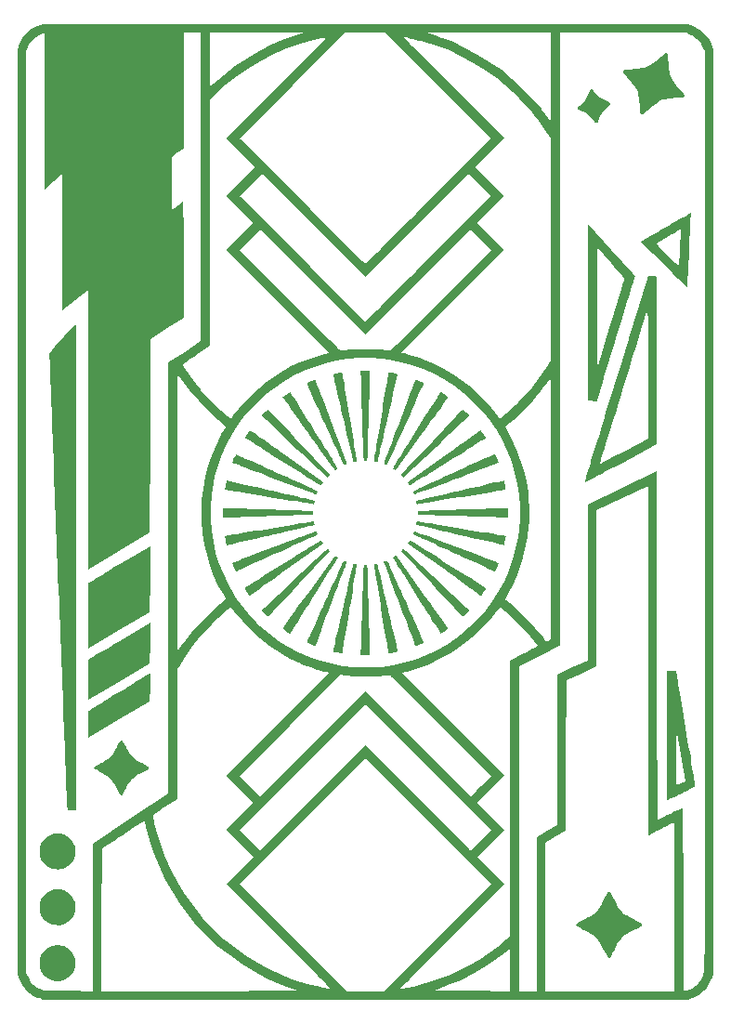
<source format=gbo>
G04 #@! TF.GenerationSoftware,KiCad,Pcbnew,9.0.3*
G04 #@! TF.CreationDate,2025-07-14T03:19:36-04:00*
G04 #@! TF.ProjectId,CHEAPSUITS,43484541-5053-4554-9954-532e6b696361,rev?*
G04 #@! TF.SameCoordinates,Original*
G04 #@! TF.FileFunction,Legend,Bot*
G04 #@! TF.FilePolarity,Positive*
%FSLAX46Y46*%
G04 Gerber Fmt 4.6, Leading zero omitted, Abs format (unit mm)*
G04 Created by KiCad (PCBNEW 9.0.3) date 2025-07-14 03:19:36*
%MOMM*%
%LPD*%
G01*
G04 APERTURE LIST*
%ADD10C,0.000000*%
%ADD11C,3.050000*%
G04 APERTURE END LIST*
D10*
G04 #@! TO.C,G\u002A\u002A\u002A*
G36*
X125614390Y-102010671D02*
G01*
X125603716Y-103858521D01*
X122792892Y-105526283D01*
X119982068Y-107194046D01*
X119971382Y-105370100D01*
X119970112Y-105090173D01*
X119969626Y-104728576D01*
X119970494Y-104398507D01*
X119972624Y-104108387D01*
X119975923Y-103866640D01*
X119980297Y-103681688D01*
X119985653Y-103561954D01*
X119991898Y-103515862D01*
X119997524Y-103511897D01*
X120059432Y-103473360D01*
X120184758Y-103397303D01*
X120368116Y-103286943D01*
X120604121Y-103145498D01*
X120887385Y-102976184D01*
X121212522Y-102782220D01*
X121574147Y-102566821D01*
X121966873Y-102333206D01*
X122385314Y-102084592D01*
X122824083Y-101824195D01*
X125625064Y-100162820D01*
X125614390Y-102010671D01*
G37*
G36*
X125614240Y-96183937D02*
G01*
X125603716Y-99180643D01*
X122792892Y-100848405D01*
X119982068Y-102516168D01*
X119971539Y-99543120D01*
X119970345Y-99114148D01*
X119969816Y-98648130D01*
X119970126Y-98211848D01*
X119971232Y-97811842D01*
X119973088Y-97454654D01*
X119975649Y-97146826D01*
X119978871Y-96894899D01*
X119982709Y-96705414D01*
X119987119Y-96584913D01*
X119992056Y-96539937D01*
X119997668Y-96535984D01*
X120059537Y-96497480D01*
X120184826Y-96421454D01*
X120368149Y-96311124D01*
X120604119Y-96169707D01*
X120887352Y-96000419D01*
X121212460Y-95806478D01*
X121574058Y-95591100D01*
X121966760Y-95357503D01*
X122385180Y-95108903D01*
X122823933Y-94848517D01*
X125624763Y-93187232D01*
X125614240Y-96183937D01*
G37*
G36*
X125614566Y-106023435D02*
G01*
X125603716Y-107305387D01*
X122792892Y-108973151D01*
X119982068Y-110640915D01*
X119971187Y-109432663D01*
X119970460Y-109342098D01*
X119969363Y-109041569D01*
X119970353Y-108770812D01*
X119973255Y-108540283D01*
X119977896Y-108360441D01*
X119984104Y-108241742D01*
X119991704Y-108194645D01*
X119994121Y-108192828D01*
X120046735Y-108159079D01*
X120162941Y-108086643D01*
X120337316Y-107978847D01*
X120564440Y-107839018D01*
X120838892Y-107670481D01*
X121155251Y-107476563D01*
X121508096Y-107260590D01*
X121892007Y-107025889D01*
X122301562Y-106775785D01*
X122731341Y-106513605D01*
X122808310Y-106466673D01*
X123236977Y-106205241D01*
X123645810Y-105955813D01*
X124029226Y-105721800D01*
X124381642Y-105506614D01*
X124697475Y-105313666D01*
X124971142Y-105146368D01*
X125197061Y-105008132D01*
X125369649Y-104902368D01*
X125483322Y-104832489D01*
X125532498Y-104801907D01*
X125625416Y-104741482D01*
X125614566Y-106023435D01*
G37*
G36*
X136378110Y-80715980D02*
G01*
X136442842Y-80778585D01*
X136557496Y-80894796D01*
X136718239Y-81060584D01*
X136921239Y-81271923D01*
X137162663Y-81524784D01*
X137438677Y-81815141D01*
X137745450Y-82138966D01*
X138079147Y-82492232D01*
X138435937Y-82870912D01*
X138811985Y-83270977D01*
X139203461Y-83688402D01*
X141997510Y-86670988D01*
X141888173Y-86785111D01*
X141778836Y-86899234D01*
X141635081Y-86773015D01*
X141633244Y-86771401D01*
X141535314Y-86683421D01*
X141388677Y-86549099D01*
X141198268Y-86373090D01*
X140969025Y-86160051D01*
X140705884Y-85914639D01*
X140413782Y-85641509D01*
X140097655Y-85345320D01*
X139762440Y-85030726D01*
X139413075Y-84702385D01*
X139054495Y-84364953D01*
X138691637Y-84023086D01*
X138329438Y-83681441D01*
X137972835Y-83344675D01*
X137626765Y-83017443D01*
X137296164Y-82704403D01*
X136985968Y-82410211D01*
X136701115Y-82139523D01*
X136446542Y-81896996D01*
X136227184Y-81687287D01*
X136047979Y-81515051D01*
X135913863Y-81384946D01*
X135829773Y-81301627D01*
X135800646Y-81269752D01*
X135800678Y-81268932D01*
X135830357Y-81218347D01*
X135904475Y-81130361D01*
X136006554Y-81021441D01*
X136120116Y-80908059D01*
X136228681Y-80806681D01*
X136315773Y-80733777D01*
X136364911Y-80705816D01*
X136378110Y-80715980D01*
G37*
G36*
X141888173Y-93502126D02*
G01*
X141997510Y-93616249D01*
X139203461Y-96598835D01*
X138972423Y-96845301D01*
X138589522Y-97253043D01*
X138224293Y-97641066D01*
X137880569Y-98005343D01*
X137562184Y-98341847D01*
X137272969Y-98646549D01*
X137016759Y-98915424D01*
X136797384Y-99144444D01*
X136618680Y-99329581D01*
X136484477Y-99466807D01*
X136398610Y-99552097D01*
X136364911Y-99581422D01*
X136364090Y-99581390D01*
X136313476Y-99551728D01*
X136225438Y-99477653D01*
X136116456Y-99375634D01*
X136003007Y-99262138D01*
X135901570Y-99153635D01*
X135828624Y-99066595D01*
X135800646Y-99017485D01*
X135800666Y-99017348D01*
X135831273Y-98984087D01*
X135916715Y-98899503D01*
X136052056Y-98768253D01*
X136232359Y-98594992D01*
X136452687Y-98384378D01*
X136708104Y-98141066D01*
X136993672Y-97869713D01*
X137304456Y-97574976D01*
X137635519Y-97261512D01*
X137981923Y-96933976D01*
X138338732Y-96597025D01*
X138701010Y-96255316D01*
X139063819Y-95913505D01*
X139422223Y-95576249D01*
X139771286Y-95248204D01*
X140106070Y-94934026D01*
X140421639Y-94638373D01*
X140713057Y-94365900D01*
X140975385Y-94121264D01*
X141203689Y-93909122D01*
X141393030Y-93734130D01*
X141538473Y-93600945D01*
X141635081Y-93514222D01*
X141778836Y-93388003D01*
X141888173Y-93502126D01*
G37*
G36*
X148841817Y-93514222D02*
G01*
X148843655Y-93515837D01*
X148941584Y-93603816D01*
X149088221Y-93738139D01*
X149278630Y-93914148D01*
X149507873Y-94127186D01*
X149771014Y-94372599D01*
X150063117Y-94645728D01*
X150379244Y-94941918D01*
X150714458Y-95256511D01*
X151063824Y-95584852D01*
X151422404Y-95922285D01*
X151785261Y-96264152D01*
X152147460Y-96605796D01*
X152504063Y-96942563D01*
X152850133Y-97269794D01*
X153180735Y-97582834D01*
X153490930Y-97877026D01*
X153775783Y-98147714D01*
X154030357Y-98390241D01*
X154249715Y-98599951D01*
X154428920Y-98772186D01*
X154563035Y-98902292D01*
X154647125Y-98985610D01*
X154676252Y-99017485D01*
X154670603Y-99032289D01*
X154621255Y-99099578D01*
X154532060Y-99201203D01*
X154416371Y-99321540D01*
X154361575Y-99375369D01*
X154247556Y-99480939D01*
X154159146Y-99554075D01*
X154111987Y-99581422D01*
X154098789Y-99571258D01*
X154034057Y-99508652D01*
X153919402Y-99392441D01*
X153758659Y-99226653D01*
X153555659Y-99015314D01*
X153314235Y-98762453D01*
X153038221Y-98472096D01*
X152731449Y-98148271D01*
X152397751Y-97795005D01*
X152040962Y-97416326D01*
X151664913Y-97016260D01*
X151273437Y-96598835D01*
X148479389Y-93616249D01*
X148588725Y-93502126D01*
X148698062Y-93388003D01*
X148841817Y-93514222D01*
G37*
G36*
X154113136Y-80705847D02*
G01*
X154163721Y-80735526D01*
X154251707Y-80809644D01*
X154360626Y-80911724D01*
X154474009Y-81025285D01*
X154575387Y-81133851D01*
X154648291Y-81220942D01*
X154676252Y-81270080D01*
X154666088Y-81283279D01*
X154603482Y-81348011D01*
X154487272Y-81462665D01*
X154321483Y-81623409D01*
X154110145Y-81826409D01*
X153857283Y-82067832D01*
X153566927Y-82343847D01*
X153243102Y-82650619D01*
X152889836Y-82984316D01*
X152511156Y-83341106D01*
X152111090Y-83717155D01*
X151693666Y-84108631D01*
X148711080Y-86902679D01*
X148596957Y-86793342D01*
X148482834Y-86684006D01*
X148609053Y-86540251D01*
X148610667Y-86538413D01*
X148698647Y-86440484D01*
X148832969Y-86293846D01*
X149008978Y-86103438D01*
X149222017Y-85874194D01*
X149467429Y-85611053D01*
X149740558Y-85318951D01*
X150036748Y-85002824D01*
X150351342Y-84667610D01*
X150679683Y-84318244D01*
X151017115Y-83959664D01*
X151358982Y-83596806D01*
X151700627Y-83234608D01*
X152037393Y-82878005D01*
X152364625Y-82531934D01*
X152677665Y-82201333D01*
X152971857Y-81891138D01*
X153242545Y-81606285D01*
X153485072Y-81351711D01*
X153694781Y-81132353D01*
X153867017Y-80953148D01*
X153997122Y-80819032D01*
X154080441Y-80734943D01*
X154112316Y-80705816D01*
X154113136Y-80705847D01*
G37*
G36*
X142600729Y-94098996D02*
G01*
X142626977Y-94116587D01*
X142700031Y-94174244D01*
X142724571Y-94209296D01*
X142716973Y-94222140D01*
X142671162Y-94296745D01*
X142586506Y-94433593D01*
X142465943Y-94627962D01*
X142312411Y-94875128D01*
X142128848Y-95170370D01*
X141918191Y-95508964D01*
X141683379Y-95886188D01*
X141427348Y-96297318D01*
X141153038Y-96737632D01*
X140863385Y-97202408D01*
X140561328Y-97686922D01*
X140389142Y-97962852D01*
X140093109Y-98436202D01*
X139810558Y-98886691D01*
X139544469Y-99309631D01*
X139297822Y-99700336D01*
X139073598Y-100054119D01*
X138874776Y-100366296D01*
X138704337Y-100632178D01*
X138565261Y-100847081D01*
X138460529Y-101006317D01*
X138393119Y-101105200D01*
X138366013Y-101139044D01*
X138359806Y-101138038D01*
X138294753Y-101106987D01*
X138190530Y-101042217D01*
X138065171Y-100956741D01*
X137936716Y-100863570D01*
X137823199Y-100775719D01*
X137742657Y-100706198D01*
X137713127Y-100668020D01*
X137720985Y-100654361D01*
X137770614Y-100580563D01*
X137863129Y-100447260D01*
X137995297Y-100259001D01*
X138163886Y-100020331D01*
X138365665Y-99735800D01*
X138597403Y-99409954D01*
X138855867Y-99047340D01*
X139137826Y-98652506D01*
X139440048Y-98230000D01*
X139759302Y-97784369D01*
X140092355Y-97320160D01*
X142467179Y-94012532D01*
X142600729Y-94098996D01*
G37*
G36*
X155773598Y-82615259D02*
G01*
X155827918Y-82667963D01*
X155906086Y-82764983D01*
X155995901Y-82888544D01*
X156085164Y-83020873D01*
X156161675Y-83144196D01*
X156213232Y-83240739D01*
X156227636Y-83292728D01*
X156216122Y-83302149D01*
X156143770Y-83351242D01*
X156009065Y-83439078D01*
X155816717Y-83562677D01*
X155571438Y-83719060D01*
X155277939Y-83905244D01*
X154940932Y-84118250D01*
X154565129Y-84355097D01*
X154155240Y-84612804D01*
X153715977Y-84888392D01*
X153252051Y-85178878D01*
X152768175Y-85481284D01*
X152496818Y-85650683D01*
X152023434Y-85946054D01*
X151572463Y-86227255D01*
X151148625Y-86491351D01*
X150756636Y-86735411D01*
X150401214Y-86956502D01*
X150087078Y-87151691D01*
X149818945Y-87318047D01*
X149601534Y-87452637D01*
X149439562Y-87552527D01*
X149337747Y-87614786D01*
X149300808Y-87636481D01*
X149295006Y-87634413D01*
X149253354Y-87589929D01*
X149193310Y-87505152D01*
X149106328Y-87370770D01*
X152410444Y-84998912D01*
X152669222Y-84813198D01*
X153123706Y-84487279D01*
X153557166Y-84176745D01*
X153965039Y-83884850D01*
X154342766Y-83614845D01*
X154685785Y-83369982D01*
X154989535Y-83153513D01*
X155249456Y-82968691D01*
X155460986Y-82818767D01*
X155619564Y-82706993D01*
X155720630Y-82636621D01*
X155759623Y-82610904D01*
X155773598Y-82615259D01*
G37*
G36*
X134727707Y-82626155D02*
G01*
X134801505Y-82675784D01*
X134934808Y-82768298D01*
X135123067Y-82900466D01*
X135361736Y-83069055D01*
X135646268Y-83270835D01*
X135972114Y-83502572D01*
X136334728Y-83761036D01*
X136729561Y-84042995D01*
X137152068Y-84345218D01*
X137597699Y-84664471D01*
X138061908Y-84997524D01*
X141369535Y-87372349D01*
X141283071Y-87505899D01*
X141265481Y-87532147D01*
X141207824Y-87605201D01*
X141172771Y-87629740D01*
X141168160Y-87627582D01*
X141105013Y-87591554D01*
X140980505Y-87516608D01*
X140800332Y-87406328D01*
X140570188Y-87264295D01*
X140295767Y-87094089D01*
X139982765Y-86899294D01*
X139636875Y-86683490D01*
X139263793Y-86450260D01*
X138869212Y-86203184D01*
X138458828Y-85945845D01*
X138038335Y-85681825D01*
X137613427Y-85414704D01*
X137189799Y-85148065D01*
X136773147Y-84885490D01*
X136369163Y-84630559D01*
X135983543Y-84386855D01*
X135621981Y-84157959D01*
X135290172Y-83947454D01*
X134993811Y-83758920D01*
X134738591Y-83595939D01*
X134530208Y-83462093D01*
X134374356Y-83360964D01*
X134276730Y-83296133D01*
X134243024Y-83271183D01*
X134244030Y-83264976D01*
X134275081Y-83199923D01*
X134339851Y-83095699D01*
X134425327Y-82970341D01*
X134518497Y-82841885D01*
X134606349Y-82728368D01*
X134675870Y-82647826D01*
X134714048Y-82618297D01*
X134727707Y-82626155D01*
G37*
G36*
X141196863Y-92658573D02*
G01*
X141230125Y-92707005D01*
X141287916Y-92790956D01*
X141373164Y-92914708D01*
X138044149Y-95304284D01*
X137760245Y-95508012D01*
X137305820Y-95833852D01*
X136873020Y-96143877D01*
X136466348Y-96434878D01*
X136090305Y-96703645D01*
X135749391Y-96946970D01*
X135448107Y-97161643D01*
X135190954Y-97344457D01*
X134982434Y-97492202D01*
X134827046Y-97601670D01*
X134729292Y-97669651D01*
X134693674Y-97692937D01*
X134682654Y-97685584D01*
X134633917Y-97626369D01*
X134561133Y-97523129D01*
X134476096Y-97394389D01*
X134390598Y-97258671D01*
X134316431Y-97134499D01*
X134265388Y-97040397D01*
X134249262Y-96994886D01*
X134256010Y-96989184D01*
X134318921Y-96946551D01*
X134443226Y-96865856D01*
X134623236Y-96750653D01*
X134853260Y-96604497D01*
X135127609Y-96430942D01*
X135440593Y-96233544D01*
X135786523Y-96015856D01*
X136159709Y-95781434D01*
X136554461Y-95533833D01*
X136965090Y-95276607D01*
X137385907Y-95013311D01*
X137811221Y-94747499D01*
X138235342Y-94482727D01*
X138652583Y-94222550D01*
X139057251Y-93970521D01*
X139443659Y-93730196D01*
X139806116Y-93505129D01*
X140138933Y-93298876D01*
X140436420Y-93114990D01*
X140692887Y-92957028D01*
X140902646Y-92828542D01*
X141060005Y-92733089D01*
X141159277Y-92674223D01*
X141194770Y-92655498D01*
X141196863Y-92658573D01*
G37*
G36*
X150382242Y-97314341D02*
G01*
X150568734Y-97574203D01*
X150894688Y-98028737D01*
X151205250Y-98462236D01*
X151497167Y-98870141D01*
X151767189Y-99247892D01*
X152012064Y-99590929D01*
X152228541Y-99894692D01*
X152413368Y-100154621D01*
X152563295Y-100366155D01*
X152675069Y-100524735D01*
X152745440Y-100625801D01*
X152771156Y-100664792D01*
X152765626Y-100682023D01*
X152709659Y-100741425D01*
X152606339Y-100825890D01*
X152469982Y-100923140D01*
X152395053Y-100972363D01*
X152260180Y-101054894D01*
X152156737Y-101110201D01*
X152102586Y-101128309D01*
X152096374Y-101121699D01*
X152052594Y-101059153D01*
X151970744Y-100935245D01*
X151854386Y-100755659D01*
X151707085Y-100526077D01*
X151532404Y-100252182D01*
X151333906Y-99939657D01*
X151115155Y-99594186D01*
X150879713Y-99221451D01*
X150631144Y-98827136D01*
X150373011Y-98416923D01*
X150108878Y-97996495D01*
X149842308Y-97571536D01*
X149576865Y-97147729D01*
X149316111Y-96730756D01*
X149063610Y-96326300D01*
X148822925Y-95940045D01*
X148597620Y-95577674D01*
X148391258Y-95244870D01*
X148207402Y-94947315D01*
X148049616Y-94690693D01*
X147921463Y-94480687D01*
X147826506Y-94322980D01*
X147768308Y-94223254D01*
X147750433Y-94187194D01*
X147753491Y-94185117D01*
X147801848Y-94151927D01*
X147885753Y-94094176D01*
X148009470Y-94008952D01*
X150382242Y-97314341D01*
G37*
G36*
X152116227Y-79148991D02*
G01*
X152180312Y-79179193D01*
X152284000Y-79243459D01*
X152409180Y-79328723D01*
X152537741Y-79421918D01*
X152651574Y-79509976D01*
X152732567Y-79579831D01*
X152762609Y-79618417D01*
X152754844Y-79632140D01*
X152705373Y-79706048D01*
X152613010Y-79839456D01*
X152480985Y-80027814D01*
X152312527Y-80266573D01*
X152110867Y-80551187D01*
X151879234Y-80877106D01*
X151620860Y-81239781D01*
X151338973Y-81634664D01*
X151036805Y-82057207D01*
X150717585Y-82502861D01*
X150384543Y-82967078D01*
X148009719Y-86274705D01*
X147876169Y-86188241D01*
X147849921Y-86170650D01*
X147776867Y-86112993D01*
X147752327Y-86077941D01*
X147754486Y-86073330D01*
X147790514Y-86010182D01*
X147865459Y-85885674D01*
X147975740Y-85705501D01*
X148117773Y-85475357D01*
X148287979Y-85200937D01*
X148482774Y-84887934D01*
X148698578Y-84542044D01*
X148931808Y-84168962D01*
X149178884Y-83774382D01*
X149436223Y-83363997D01*
X149700243Y-82943504D01*
X149967364Y-82518597D01*
X150234003Y-82094969D01*
X150496578Y-81678316D01*
X150751509Y-81274332D01*
X150995213Y-80888712D01*
X151224109Y-80527150D01*
X151434614Y-80195342D01*
X151623148Y-79898980D01*
X151786129Y-79643761D01*
X151919975Y-79435378D01*
X152021104Y-79279526D01*
X152085934Y-79181900D01*
X152110885Y-79148194D01*
X152116227Y-79148991D01*
G37*
G36*
X149309358Y-92660046D02*
G01*
X149372203Y-92696518D01*
X149496459Y-92771795D01*
X149676428Y-92882303D01*
X149906412Y-93024464D01*
X150180715Y-93194704D01*
X150493638Y-93389445D01*
X150839486Y-93605113D01*
X151212560Y-93838130D01*
X151607163Y-94084922D01*
X152017598Y-94341912D01*
X152438167Y-94605524D01*
X152863174Y-94872182D01*
X153286920Y-95138311D01*
X153703709Y-95400334D01*
X154107844Y-95654675D01*
X154493626Y-95897759D01*
X154855360Y-96126010D01*
X155187347Y-96335851D01*
X155483890Y-96523707D01*
X155739291Y-96686002D01*
X155947855Y-96819159D01*
X156103882Y-96919603D01*
X156201677Y-96983758D01*
X156235541Y-97008048D01*
X156234873Y-97011988D01*
X156206477Y-97069280D01*
X156145570Y-97170474D01*
X156065025Y-97295908D01*
X155977710Y-97425922D01*
X155896498Y-97540854D01*
X155834259Y-97621043D01*
X155786000Y-97658529D01*
X155723323Y-97662076D01*
X155710944Y-97653630D01*
X155638764Y-97602617D01*
X155506890Y-97508676D01*
X155319906Y-97375092D01*
X155082399Y-97205153D01*
X154798954Y-97002143D01*
X154474155Y-96769349D01*
X154112589Y-96510056D01*
X153718840Y-96227551D01*
X153297494Y-95925119D01*
X152853137Y-95606047D01*
X152390353Y-95273620D01*
X149107336Y-92914930D01*
X149193813Y-92781359D01*
X149211416Y-92755093D01*
X149269075Y-92682037D01*
X149304127Y-92657497D01*
X149309358Y-92660046D01*
G37*
G36*
X165882957Y-51537124D02*
G01*
X165951060Y-51590686D01*
X166030642Y-51680834D01*
X166098868Y-51768231D01*
X166366120Y-52068956D01*
X166636525Y-52301883D01*
X166923758Y-52477461D01*
X167241495Y-52606141D01*
X167276747Y-52617861D01*
X167461203Y-52698032D01*
X167563982Y-52784184D01*
X167585279Y-52876969D01*
X167525291Y-52977045D01*
X167384211Y-53085065D01*
X167304530Y-53140221D01*
X167118342Y-53305230D01*
X166931636Y-53512257D01*
X166764582Y-53737724D01*
X166637355Y-53958051D01*
X166620145Y-53994422D01*
X166555981Y-54139211D01*
X166510988Y-54255536D01*
X166494023Y-54320972D01*
X166478672Y-54384286D01*
X166430145Y-54476007D01*
X166415331Y-54495913D01*
X166331985Y-54562309D01*
X166239950Y-54556565D01*
X166133777Y-54476674D01*
X166008019Y-54320632D01*
X165996745Y-54304773D01*
X165782477Y-54048230D01*
X165534358Y-53836531D01*
X165236541Y-53658244D01*
X164873183Y-53501939D01*
X164728262Y-53444744D01*
X164636448Y-53396171D01*
X164590409Y-53347690D01*
X164573309Y-53287248D01*
X164573060Y-53285057D01*
X164579883Y-53209545D01*
X164629549Y-53140849D01*
X164737445Y-53057425D01*
X164984493Y-52858581D01*
X165251267Y-52567318D01*
X165465483Y-52241309D01*
X165612438Y-51900000D01*
X165617407Y-51884511D01*
X165695433Y-51690241D01*
X165777944Y-51571155D01*
X165862607Y-51530695D01*
X165882957Y-51537124D01*
G37*
G36*
X117369813Y-119384972D02*
G01*
X117529480Y-119399193D01*
X117663158Y-119428226D01*
X117798430Y-119476096D01*
X118030488Y-119599692D01*
X118278665Y-119796719D01*
X118494843Y-120036267D01*
X118657485Y-120297738D01*
X118711597Y-120414103D01*
X118753677Y-120527786D01*
X118777371Y-120641984D01*
X118787984Y-120783869D01*
X118790821Y-120980614D01*
X118790837Y-120986463D01*
X118787402Y-121199700D01*
X118773182Y-121359367D01*
X118744149Y-121493045D01*
X118696279Y-121628317D01*
X118589147Y-121835878D01*
X118389918Y-122092933D01*
X118141321Y-122317436D01*
X117861859Y-122493348D01*
X117570035Y-122604628D01*
X117438531Y-122625678D01*
X117216252Y-122632101D01*
X116971896Y-122615480D01*
X116737239Y-122578337D01*
X116544058Y-122523195D01*
X116307177Y-122398726D01*
X116061496Y-122203851D01*
X115847126Y-121965800D01*
X115685003Y-121704524D01*
X115630891Y-121588159D01*
X115588811Y-121474476D01*
X115565117Y-121360278D01*
X115554504Y-121218392D01*
X115551667Y-121021648D01*
X115551651Y-121015798D01*
X115555086Y-120802562D01*
X115569306Y-120642895D01*
X115598339Y-120509216D01*
X115646209Y-120373944D01*
X115769806Y-120141887D01*
X115966832Y-119893710D01*
X116206380Y-119677532D01*
X116467851Y-119514890D01*
X116584216Y-119460778D01*
X116697899Y-119418698D01*
X116812097Y-119395004D01*
X116953983Y-119384391D01*
X117150727Y-119381554D01*
X117156577Y-119381537D01*
X117369813Y-119384972D01*
G37*
G36*
X117369813Y-124473179D02*
G01*
X117529480Y-124487400D01*
X117663158Y-124516433D01*
X117798430Y-124564303D01*
X118030488Y-124687899D01*
X118278665Y-124884926D01*
X118494843Y-125124474D01*
X118657485Y-125385944D01*
X118711597Y-125502309D01*
X118753677Y-125615992D01*
X118777371Y-125730191D01*
X118787984Y-125872076D01*
X118790821Y-126068821D01*
X118790837Y-126074670D01*
X118787402Y-126287907D01*
X118773182Y-126447573D01*
X118744149Y-126581252D01*
X118696279Y-126716524D01*
X118589147Y-126924085D01*
X118389918Y-127181140D01*
X118141321Y-127405643D01*
X117861859Y-127581555D01*
X117570035Y-127692835D01*
X117438531Y-127713885D01*
X117216252Y-127720307D01*
X116971896Y-127703686D01*
X116737239Y-127666544D01*
X116544058Y-127611401D01*
X116307177Y-127486932D01*
X116061496Y-127292058D01*
X115847126Y-127054007D01*
X115685003Y-126792731D01*
X115630891Y-126676366D01*
X115588811Y-126562683D01*
X115565117Y-126448484D01*
X115554504Y-126306599D01*
X115551667Y-126109855D01*
X115551651Y-126104005D01*
X115555086Y-125890768D01*
X115569306Y-125731102D01*
X115598339Y-125597423D01*
X115646209Y-125462151D01*
X115769806Y-125230094D01*
X115966832Y-124981917D01*
X116206380Y-124765739D01*
X116467851Y-124603097D01*
X116584216Y-124548985D01*
X116697899Y-124506904D01*
X116812097Y-124483210D01*
X116953983Y-124472598D01*
X117150727Y-124469760D01*
X117156577Y-124469744D01*
X117369813Y-124473179D01*
G37*
G36*
X117369813Y-129561386D02*
G01*
X117529480Y-129575607D01*
X117663158Y-129604639D01*
X117798430Y-129652510D01*
X118030488Y-129776106D01*
X118278665Y-129973133D01*
X118494843Y-130212680D01*
X118657485Y-130474151D01*
X118711597Y-130590516D01*
X118753677Y-130704199D01*
X118777371Y-130818398D01*
X118787984Y-130960283D01*
X118790821Y-131157027D01*
X118790837Y-131162877D01*
X118787402Y-131376114D01*
X118773182Y-131535780D01*
X118744149Y-131669459D01*
X118696279Y-131804731D01*
X118589147Y-132012292D01*
X118389918Y-132269346D01*
X118141321Y-132493850D01*
X117861859Y-132669762D01*
X117570035Y-132781042D01*
X117438531Y-132802091D01*
X117216252Y-132808514D01*
X116971896Y-132791893D01*
X116737239Y-132754751D01*
X116544058Y-132699608D01*
X116307177Y-132575139D01*
X116061496Y-132380265D01*
X115847126Y-132142214D01*
X115685003Y-131880938D01*
X115630891Y-131764572D01*
X115588811Y-131650889D01*
X115565117Y-131536691D01*
X115554504Y-131394806D01*
X115551667Y-131198061D01*
X115551651Y-131192212D01*
X115555086Y-130978975D01*
X115569306Y-130819308D01*
X115598339Y-130685630D01*
X115646209Y-130550358D01*
X115769806Y-130318301D01*
X115966832Y-130070123D01*
X116206380Y-129853946D01*
X116467851Y-129691304D01*
X116584216Y-129637191D01*
X116697899Y-129595111D01*
X116812097Y-129571417D01*
X116953983Y-129560804D01*
X117150727Y-129557967D01*
X117156577Y-129557951D01*
X117369813Y-129561386D01*
G37*
G36*
X145659266Y-77474394D02*
G01*
X145658538Y-77493941D01*
X145654704Y-77606336D01*
X145648656Y-77791670D01*
X145640608Y-78043068D01*
X145630776Y-78353654D01*
X145619376Y-78716553D01*
X145606622Y-79124891D01*
X145592732Y-79571792D01*
X145577919Y-80050380D01*
X145562400Y-80553782D01*
X145546391Y-81075121D01*
X145542326Y-81207462D01*
X145526051Y-81732392D01*
X145510010Y-82242101D01*
X145494449Y-82729165D01*
X145479616Y-83186162D01*
X145465758Y-83605668D01*
X145453122Y-83980260D01*
X145441954Y-84302514D01*
X145432503Y-84565008D01*
X145425014Y-84760317D01*
X145419735Y-84881018D01*
X145394321Y-85383683D01*
X145238449Y-85383683D01*
X145082577Y-85383683D01*
X145057163Y-84881018D01*
X145056068Y-84858319D01*
X145050215Y-84718327D01*
X145042214Y-84505578D01*
X145032312Y-84227495D01*
X145020755Y-83891502D01*
X145007791Y-83505020D01*
X144993667Y-83075475D01*
X144978629Y-82610289D01*
X144962925Y-82116886D01*
X144946803Y-81602689D01*
X144930508Y-81075121D01*
X144925308Y-80905565D01*
X144909433Y-80389256D01*
X144894118Y-79893100D01*
X144879579Y-79423973D01*
X144866031Y-78988750D01*
X144853691Y-78594305D01*
X144842772Y-78247514D01*
X144833491Y-77955253D01*
X144826064Y-77724395D01*
X144820706Y-77561817D01*
X144817632Y-77474394D01*
X144805998Y-77176898D01*
X145238449Y-77176898D01*
X145670900Y-77176898D01*
X145659266Y-77474394D01*
G37*
G36*
X145419735Y-95406220D02*
G01*
X145420831Y-95428918D01*
X145426683Y-95568910D01*
X145434684Y-95781659D01*
X145444587Y-96059742D01*
X145456143Y-96395736D01*
X145469107Y-96782217D01*
X145483232Y-97211762D01*
X145498269Y-97676948D01*
X145513973Y-98170351D01*
X145530096Y-98684548D01*
X145546391Y-99212116D01*
X145551591Y-99381672D01*
X145567466Y-99897981D01*
X145582780Y-100394137D01*
X145597319Y-100863264D01*
X145610867Y-101298488D01*
X145623208Y-101692932D01*
X145634126Y-102039723D01*
X145643407Y-102331985D01*
X145650834Y-102562842D01*
X145656192Y-102725420D01*
X145659266Y-102812843D01*
X145670900Y-103110339D01*
X145238449Y-103110339D01*
X144805998Y-103110339D01*
X144817632Y-102812843D01*
X144818360Y-102793296D01*
X144822194Y-102680901D01*
X144828242Y-102495567D01*
X144836290Y-102244170D01*
X144846122Y-101933584D01*
X144857523Y-101570684D01*
X144870276Y-101162346D01*
X144884167Y-100715446D01*
X144898979Y-100236857D01*
X144914498Y-99733455D01*
X144930508Y-99212116D01*
X144934572Y-99079775D01*
X144950847Y-98554846D01*
X144966888Y-98045137D01*
X144982449Y-97558072D01*
X144997282Y-97101075D01*
X145011140Y-96681569D01*
X145023777Y-96306977D01*
X145034944Y-95984723D01*
X145044396Y-95722230D01*
X145051884Y-95526921D01*
X145057163Y-95406220D01*
X145082577Y-94903554D01*
X145238449Y-94903554D01*
X145394321Y-94903554D01*
X145419735Y-95406220D01*
G37*
G36*
X158205170Y-90143619D02*
G01*
X158205170Y-90576070D01*
X157907674Y-90564435D01*
X157888126Y-90563708D01*
X157775731Y-90559874D01*
X157590398Y-90553825D01*
X157339000Y-90545777D01*
X157028414Y-90535945D01*
X156665515Y-90524545D01*
X156257177Y-90511792D01*
X155810276Y-90497901D01*
X155331687Y-90483089D01*
X154828286Y-90467570D01*
X154306947Y-90451560D01*
X154174606Y-90447496D01*
X153649676Y-90431221D01*
X153139967Y-90415179D01*
X152652903Y-90399619D01*
X152195905Y-90384786D01*
X151776399Y-90370928D01*
X151401808Y-90358291D01*
X151079553Y-90347124D01*
X150817060Y-90337672D01*
X150621751Y-90330183D01*
X150501050Y-90324905D01*
X149998385Y-90299491D01*
X149998385Y-90143619D01*
X149998385Y-89987747D01*
X150501050Y-89962333D01*
X150523749Y-89961237D01*
X150663740Y-89955385D01*
X150876489Y-89947383D01*
X151154572Y-89937481D01*
X151490566Y-89925924D01*
X151877047Y-89912960D01*
X152306593Y-89898836D01*
X152771779Y-89883799D01*
X153265182Y-89868095D01*
X153779379Y-89851972D01*
X154306947Y-89835677D01*
X154476503Y-89830477D01*
X154992812Y-89814602D01*
X155488967Y-89799287D01*
X155958095Y-89784748D01*
X156393318Y-89771201D01*
X156787763Y-89758860D01*
X157134554Y-89747942D01*
X157426815Y-89738661D01*
X157657673Y-89731234D01*
X157820250Y-89725876D01*
X157907674Y-89722802D01*
X158205170Y-89711168D01*
X158205170Y-90143619D01*
G37*
G36*
X132569225Y-89722802D02*
G01*
X132588772Y-89723530D01*
X132701167Y-89727363D01*
X132886501Y-89733412D01*
X133137898Y-89741460D01*
X133448484Y-89751292D01*
X133811384Y-89762692D01*
X134219721Y-89775446D01*
X134666622Y-89789336D01*
X135145211Y-89804149D01*
X135648612Y-89819668D01*
X136169952Y-89835677D01*
X136302293Y-89839741D01*
X136827222Y-89856016D01*
X137336931Y-89872058D01*
X137823996Y-89887619D01*
X138280993Y-89902452D01*
X138700499Y-89916310D01*
X139075091Y-89928946D01*
X139397345Y-89940114D01*
X139659838Y-89949565D01*
X139855147Y-89957054D01*
X139975848Y-89962333D01*
X140478514Y-89987747D01*
X140478514Y-90147750D01*
X140473103Y-90246090D01*
X140446707Y-90297051D01*
X140386187Y-90310569D01*
X140373556Y-90310979D01*
X140287648Y-90313856D01*
X140127863Y-90319249D01*
X139899948Y-90326962D01*
X139609650Y-90336800D01*
X139262716Y-90348569D01*
X138864892Y-90362072D01*
X138421926Y-90377116D01*
X137939564Y-90393506D01*
X137423553Y-90411045D01*
X136879639Y-90429539D01*
X136313570Y-90448794D01*
X136064521Y-90457275D01*
X135509492Y-90476238D01*
X134980176Y-90494408D01*
X134482204Y-90511586D01*
X134021207Y-90527574D01*
X133602815Y-90542177D01*
X133232659Y-90555194D01*
X132916371Y-90566430D01*
X132659580Y-90575686D01*
X132467919Y-90582764D01*
X132347016Y-90587467D01*
X132302504Y-90589598D01*
X132292151Y-90565531D01*
X132281579Y-90474676D01*
X132274385Y-90331703D01*
X132271729Y-90153080D01*
X132271729Y-89711168D01*
X132569225Y-89722802D01*
G37*
G36*
X149884502Y-78028379D02*
G01*
X149997567Y-78070758D01*
X150136759Y-78127838D01*
X150282136Y-78191045D01*
X150413756Y-78251805D01*
X150511675Y-78301544D01*
X150555951Y-78331687D01*
X150544489Y-78371142D01*
X150499068Y-78485001D01*
X150419579Y-78672629D01*
X150306193Y-78933648D01*
X150159081Y-79267676D01*
X149978413Y-79674332D01*
X149764361Y-80153236D01*
X149517093Y-80704007D01*
X149236782Y-81326264D01*
X148923597Y-82019628D01*
X148577709Y-82783716D01*
X148199289Y-83618149D01*
X147788507Y-84522546D01*
X147345533Y-85496527D01*
X147327120Y-85536678D01*
X147264778Y-85667759D01*
X147217631Y-85759485D01*
X147194720Y-85794023D01*
X147192631Y-85793810D01*
X147140041Y-85778928D01*
X147046641Y-85747781D01*
X147042407Y-85746288D01*
X146949472Y-85695775D01*
X146932275Y-85634938D01*
X146933437Y-85631220D01*
X146956012Y-85568195D01*
X147004508Y-85436718D01*
X147076543Y-85243106D01*
X147169736Y-84993675D01*
X147281705Y-84694741D01*
X147410066Y-84352621D01*
X147552438Y-83973631D01*
X147706439Y-83564086D01*
X147869685Y-83130305D01*
X148039796Y-82678601D01*
X148214389Y-82215293D01*
X148391082Y-81746696D01*
X148567492Y-81279126D01*
X148741237Y-80818899D01*
X148909935Y-80372333D01*
X149071203Y-79945743D01*
X149222661Y-79545445D01*
X149361924Y-79177756D01*
X149486612Y-78848992D01*
X149594341Y-78565469D01*
X149682731Y-78333503D01*
X149749397Y-78159412D01*
X149791959Y-78049510D01*
X149808033Y-78010114D01*
X149817506Y-78009277D01*
X149884502Y-78028379D01*
G37*
G36*
X138397699Y-79166990D02*
G01*
X138447740Y-79241050D01*
X138536397Y-79377400D01*
X138660700Y-79571334D01*
X138817679Y-79818149D01*
X139004367Y-80113142D01*
X139217794Y-80451609D01*
X139454991Y-80828845D01*
X139712989Y-81240147D01*
X139988820Y-81680812D01*
X140279515Y-82146135D01*
X140582104Y-82631412D01*
X140840199Y-83046029D01*
X141194121Y-83615854D01*
X141506447Y-84120450D01*
X141778639Y-84562243D01*
X142012155Y-84943659D01*
X142208456Y-85267123D01*
X142369002Y-85535060D01*
X142495255Y-85749897D01*
X142588674Y-85914058D01*
X142650719Y-86029969D01*
X142682851Y-86100056D01*
X142686531Y-86126744D01*
X142638589Y-86157040D01*
X142552824Y-86217228D01*
X142513764Y-86243475D01*
X142462042Y-86248012D01*
X142405499Y-86189262D01*
X142377617Y-86151933D01*
X142301179Y-86047307D01*
X142185515Y-85887669D01*
X142034584Y-85678548D01*
X141852343Y-85425477D01*
X141642752Y-85133985D01*
X141409769Y-84809605D01*
X141157352Y-84457866D01*
X140889460Y-84084299D01*
X140610051Y-83694436D01*
X140323084Y-83293808D01*
X140032516Y-82887945D01*
X139742307Y-82482379D01*
X139456415Y-82082640D01*
X139178798Y-81694260D01*
X138913415Y-81322768D01*
X138664225Y-80973697D01*
X138435185Y-80652577D01*
X138230254Y-80364939D01*
X138053390Y-80116314D01*
X137908552Y-79912233D01*
X137799699Y-79758227D01*
X137730789Y-79659827D01*
X137705780Y-79622563D01*
X137710121Y-79608584D01*
X137762795Y-79554241D01*
X137859790Y-79476047D01*
X137983334Y-79386205D01*
X138115653Y-79296919D01*
X138238977Y-79220393D01*
X138335531Y-79168829D01*
X138387545Y-79154432D01*
X138397699Y-79166990D01*
G37*
G36*
X140673842Y-78017697D02*
G01*
X140699542Y-78081803D01*
X140750875Y-78214360D01*
X140825463Y-78409059D01*
X140920931Y-78659587D01*
X141034903Y-78959633D01*
X141165002Y-79302886D01*
X141308854Y-79683035D01*
X141464081Y-80093769D01*
X141628308Y-80528777D01*
X141799159Y-80981746D01*
X141974258Y-81446367D01*
X142151229Y-81916328D01*
X142327697Y-82385318D01*
X142501284Y-82847026D01*
X142669616Y-83295140D01*
X142830316Y-83723349D01*
X142981008Y-84125342D01*
X143119317Y-84494808D01*
X143242866Y-84825436D01*
X143349279Y-85110915D01*
X143436181Y-85344932D01*
X143501195Y-85521178D01*
X143541947Y-85633341D01*
X143556058Y-85675110D01*
X143523840Y-85707767D01*
X143443215Y-85746150D01*
X143355249Y-85771642D01*
X143291354Y-85777597D01*
X143289072Y-85774979D01*
X143259718Y-85719666D01*
X143200119Y-85597217D01*
X143113074Y-85413775D01*
X143001383Y-85175481D01*
X142867847Y-84888476D01*
X142715266Y-84558902D01*
X142546440Y-84192900D01*
X142364169Y-83796612D01*
X142171253Y-83376179D01*
X141970493Y-82937742D01*
X141764687Y-82487444D01*
X141556637Y-82031426D01*
X141349142Y-81575828D01*
X141145003Y-81126794D01*
X140947020Y-80690463D01*
X140757992Y-80272978D01*
X140580720Y-79880480D01*
X140418005Y-79519110D01*
X140272645Y-79195010D01*
X140147442Y-78914322D01*
X140045194Y-78683187D01*
X139968703Y-78507746D01*
X139920769Y-78394141D01*
X139904191Y-78348513D01*
X139917419Y-78333384D01*
X139989063Y-78290080D01*
X140105607Y-78231543D01*
X140247325Y-78166409D01*
X140394489Y-78103315D01*
X140527372Y-78050898D01*
X140626247Y-78017793D01*
X140671388Y-78012637D01*
X140673842Y-78017697D01*
G37*
G36*
X140544860Y-90936647D02*
G01*
X140560420Y-90993014D01*
X140581081Y-91092728D01*
X140608899Y-91241676D01*
X140307762Y-91309393D01*
X140306036Y-91309781D01*
X140219248Y-91329664D01*
X140058981Y-91366718D01*
X139831442Y-91419499D01*
X139542836Y-91486562D01*
X139199370Y-91566461D01*
X138807251Y-91657753D01*
X138372686Y-91758991D01*
X137901880Y-91868731D01*
X137401041Y-91985529D01*
X136876374Y-92107938D01*
X136334087Y-92234515D01*
X136263632Y-92250963D01*
X135731339Y-92375188D01*
X135222593Y-92493846D01*
X134743029Y-92605626D01*
X134298286Y-92709219D01*
X133893999Y-92803312D01*
X133535807Y-92886595D01*
X133229345Y-92957758D01*
X132980250Y-93015490D01*
X132794160Y-93058480D01*
X132676711Y-93085417D01*
X132633541Y-93094991D01*
X132615256Y-93085329D01*
X132584950Y-93026252D01*
X132570272Y-92969067D01*
X132542835Y-92845048D01*
X132512611Y-92694817D01*
X132483545Y-92539677D01*
X132459579Y-92400931D01*
X132444657Y-92299882D01*
X132442720Y-92257832D01*
X132451235Y-92255665D01*
X132525915Y-92241767D01*
X132672002Y-92216341D01*
X132882872Y-92180471D01*
X133151898Y-92135240D01*
X133472457Y-92081730D01*
X133837923Y-92021027D01*
X134241670Y-91954212D01*
X134677076Y-91882369D01*
X135137513Y-91806583D01*
X135616357Y-91727935D01*
X136106983Y-91647511D01*
X136602767Y-91566392D01*
X137097082Y-91485662D01*
X137583305Y-91406406D01*
X138054809Y-91329705D01*
X138504971Y-91256644D01*
X138927164Y-91188307D01*
X139314765Y-91125775D01*
X139661147Y-91070133D01*
X139959686Y-91022465D01*
X140203758Y-90983853D01*
X140386736Y-90955381D01*
X140501996Y-90938133D01*
X140542914Y-90933191D01*
X140544860Y-90936647D01*
G37*
G36*
X140772772Y-91826778D02*
G01*
X140806645Y-91870079D01*
X140845664Y-91959370D01*
X140865185Y-92021497D01*
X140868666Y-92090537D01*
X140830340Y-92132811D01*
X140820059Y-92138198D01*
X140744780Y-92174102D01*
X140602162Y-92240578D01*
X140397401Y-92335245D01*
X140135693Y-92455720D01*
X139822234Y-92599623D01*
X139462220Y-92764572D01*
X139060846Y-92948184D01*
X138623310Y-93148079D01*
X138154808Y-93361875D01*
X137660534Y-93587190D01*
X137145686Y-93821643D01*
X136925043Y-93922024D01*
X136418521Y-94152118D01*
X135934770Y-94371394D01*
X135478977Y-94577524D01*
X135056330Y-94768181D01*
X134672017Y-94941038D01*
X134331228Y-95093768D01*
X134039149Y-95224044D01*
X133800970Y-95329538D01*
X133621879Y-95407923D01*
X133507064Y-95456873D01*
X133461712Y-95474059D01*
X133455951Y-95473565D01*
X133404529Y-95425325D01*
X133334100Y-95300581D01*
X133246139Y-95101877D01*
X133203417Y-94995482D01*
X133149483Y-94853176D01*
X133115500Y-94752598D01*
X133107468Y-94710680D01*
X133112535Y-94708228D01*
X133176655Y-94682537D01*
X133309222Y-94631212D01*
X133503925Y-94556631D01*
X133754454Y-94461168D01*
X134054496Y-94347200D01*
X134397741Y-94217103D01*
X134777878Y-94073253D01*
X135188597Y-93918026D01*
X135623585Y-93753798D01*
X136076533Y-93582946D01*
X136541128Y-93407845D01*
X137011061Y-93230871D01*
X137480019Y-93054401D01*
X137941693Y-92880810D01*
X138389771Y-92712475D01*
X138817942Y-92551771D01*
X139219896Y-92401075D01*
X139589320Y-92262763D01*
X139919905Y-92139211D01*
X140205339Y-92032795D01*
X140439311Y-91945890D01*
X140615510Y-91880874D01*
X140727625Y-91840122D01*
X140769346Y-91826010D01*
X140772772Y-91826778D01*
G37*
G36*
X143126477Y-77357080D02*
G01*
X143140450Y-77433622D01*
X143166286Y-77583130D01*
X143203067Y-77800079D01*
X143249875Y-78078948D01*
X143305792Y-78414213D01*
X143369901Y-78800350D01*
X143441283Y-79231836D01*
X143519021Y-79703148D01*
X143602196Y-80208763D01*
X143689892Y-80743157D01*
X143781190Y-81300808D01*
X143820398Y-81540533D01*
X143910668Y-82092178D01*
X143997081Y-82619855D01*
X144078697Y-83117863D01*
X144154581Y-83580498D01*
X144223795Y-84002056D01*
X144285402Y-84376837D01*
X144338465Y-84699137D01*
X144382047Y-84963253D01*
X144415210Y-85163482D01*
X144437017Y-85294123D01*
X144446532Y-85349472D01*
X144452089Y-85384618D01*
X144439678Y-85449141D01*
X144370920Y-85477244D01*
X144261523Y-85495316D01*
X144177261Y-85493362D01*
X144133433Y-85455607D01*
X144108205Y-85373425D01*
X144105419Y-85360944D01*
X144085656Y-85274602D01*
X144049117Y-85116123D01*
X143997123Y-84891209D01*
X143930997Y-84605564D01*
X143852060Y-84264889D01*
X143761634Y-83874887D01*
X143661041Y-83441259D01*
X143551604Y-82969707D01*
X143434644Y-82465934D01*
X143311483Y-81935642D01*
X143183443Y-81384534D01*
X143131021Y-81158781D01*
X143006069Y-80619406D01*
X142887354Y-80105164D01*
X142776118Y-79621532D01*
X142673604Y-79173989D01*
X142581055Y-78768014D01*
X142499715Y-78409086D01*
X142430827Y-78102681D01*
X142375634Y-77854280D01*
X142335379Y-77669360D01*
X142311305Y-77553399D01*
X142304655Y-77511877D01*
X142322367Y-77504256D01*
X142403765Y-77482423D01*
X142531260Y-77453412D01*
X142683827Y-77421429D01*
X142840439Y-77390681D01*
X142980071Y-77365372D01*
X143081698Y-77349711D01*
X143124295Y-77347903D01*
X143126477Y-77357080D01*
G37*
G36*
X143428712Y-94538918D02*
G01*
X143435414Y-94541294D01*
X143527647Y-94591816D01*
X143544585Y-94652300D01*
X143541999Y-94660048D01*
X143515742Y-94732213D01*
X143463209Y-94873936D01*
X143386419Y-95079834D01*
X143287393Y-95344526D01*
X143168150Y-95662627D01*
X143030712Y-96028757D01*
X142877097Y-96437532D01*
X142709325Y-96883571D01*
X142529418Y-97361489D01*
X142339395Y-97865906D01*
X142141276Y-98391438D01*
X142076172Y-98564078D01*
X141879783Y-99084943D01*
X141691737Y-99583799D01*
X141514097Y-100055170D01*
X141348926Y-100493578D01*
X141198286Y-100893545D01*
X141064240Y-101249593D01*
X140948849Y-101556245D01*
X140854177Y-101808022D01*
X140782286Y-101999447D01*
X140735238Y-102125043D01*
X140715095Y-102179331D01*
X140672255Y-102255255D01*
X140620322Y-102274127D01*
X140579988Y-102258509D01*
X140396695Y-102184376D01*
X140222278Y-102109364D01*
X140073626Y-102041162D01*
X139967631Y-101987456D01*
X139921184Y-101955934D01*
X139921297Y-101953729D01*
X139941389Y-101899432D01*
X139992165Y-101777779D01*
X140070857Y-101594927D01*
X140174694Y-101357035D01*
X140300904Y-101070259D01*
X140446719Y-100740758D01*
X140609366Y-100374689D01*
X140786076Y-99978210D01*
X140974078Y-99557479D01*
X141170602Y-99118653D01*
X141372877Y-98667890D01*
X141578133Y-98211348D01*
X141783599Y-97755184D01*
X141986505Y-97305556D01*
X142184080Y-96868622D01*
X142373553Y-96450539D01*
X142552155Y-96057466D01*
X142717115Y-95695559D01*
X142865662Y-95370977D01*
X142995025Y-95089877D01*
X143102435Y-94858416D01*
X143185121Y-94682754D01*
X143240312Y-94569046D01*
X143265238Y-94523452D01*
X143268964Y-94520475D01*
X143331037Y-94515673D01*
X143428712Y-94538918D01*
G37*
G36*
X157059176Y-84838866D02*
G01*
X157102509Y-84897215D01*
X157156960Y-85007704D01*
X157230759Y-85182910D01*
X157273995Y-85291315D01*
X157327655Y-85433910D01*
X157361439Y-85534636D01*
X157369395Y-85576593D01*
X157357165Y-85581944D01*
X157278163Y-85613094D01*
X157130378Y-85670155D01*
X156919013Y-85751150D01*
X156649268Y-85854101D01*
X156326345Y-85977031D01*
X155955446Y-86117963D01*
X155541772Y-86274919D01*
X155090524Y-86445922D01*
X154606904Y-86628995D01*
X154096113Y-86822160D01*
X153563353Y-87023440D01*
X153277485Y-87131351D01*
X152754762Y-87328450D01*
X152256232Y-87516146D01*
X151787152Y-87692473D01*
X151352777Y-87855467D01*
X150958364Y-88003164D01*
X150609168Y-88133598D01*
X150310447Y-88244804D01*
X150067455Y-88334819D01*
X149885449Y-88401677D01*
X149769686Y-88443414D01*
X149725420Y-88458064D01*
X149711588Y-88454682D01*
X149667115Y-88402968D01*
X149628282Y-88315456D01*
X149607776Y-88226297D01*
X149618282Y-88169646D01*
X149618330Y-88169602D01*
X149661028Y-88147438D01*
X149772288Y-88094402D01*
X149945900Y-88013311D01*
X150175652Y-87906985D01*
X150455333Y-87778243D01*
X150778730Y-87629903D01*
X151139634Y-87464784D01*
X151531833Y-87285705D01*
X151949115Y-87095485D01*
X152385269Y-86896943D01*
X152834085Y-86692898D01*
X153289349Y-86486168D01*
X153744852Y-86279572D01*
X154194382Y-86075929D01*
X154631727Y-85878058D01*
X155050676Y-85688778D01*
X155445019Y-85510907D01*
X155808543Y-85347265D01*
X156135037Y-85200670D01*
X156418291Y-85073942D01*
X156652092Y-84969898D01*
X156830230Y-84891358D01*
X156946492Y-84841141D01*
X156994669Y-84822066D01*
X157018733Y-84820078D01*
X157059176Y-84838866D01*
G37*
G36*
X157877869Y-87227590D02*
G01*
X157899683Y-87308972D01*
X157928677Y-87436456D01*
X157960646Y-87589018D01*
X157991384Y-87745629D01*
X158016686Y-87885263D01*
X158032348Y-87986893D01*
X158034165Y-88029491D01*
X158022526Y-88032178D01*
X157941402Y-88047000D01*
X157787619Y-88073732D01*
X157566670Y-88111455D01*
X157284048Y-88159248D01*
X156945246Y-88216191D01*
X156555755Y-88281364D01*
X156121069Y-88353848D01*
X155646681Y-88432721D01*
X155138082Y-88517065D01*
X154600766Y-88605959D01*
X154040226Y-88698483D01*
X153757414Y-88745096D01*
X153205974Y-88835888D01*
X152679602Y-88922428D01*
X152183889Y-89003804D01*
X151724423Y-89079103D01*
X151306796Y-89147411D01*
X150936597Y-89207817D01*
X150619418Y-89259407D01*
X150360847Y-89301268D01*
X150166476Y-89332489D01*
X150041895Y-89352156D01*
X149992693Y-89359356D01*
X149989321Y-89359502D01*
X149933896Y-89325224D01*
X149897720Y-89216162D01*
X149893654Y-89193525D01*
X149881298Y-89099965D01*
X149883051Y-89055290D01*
X149890559Y-89052581D01*
X149962490Y-89033649D01*
X150105090Y-88998595D01*
X150311813Y-88948929D01*
X150576113Y-88886166D01*
X150891440Y-88811818D01*
X151251249Y-88727397D01*
X151648992Y-88634416D01*
X152078122Y-88534388D01*
X152532092Y-88428826D01*
X153004354Y-88319241D01*
X153488361Y-88207148D01*
X153977565Y-88094059D01*
X154465421Y-87981486D01*
X154945380Y-87870942D01*
X155410894Y-87763939D01*
X155855418Y-87661991D01*
X156272404Y-87566611D01*
X156655304Y-87479310D01*
X156997571Y-87401602D01*
X157292658Y-87334999D01*
X157534017Y-87281014D01*
X157715103Y-87241160D01*
X157829366Y-87216949D01*
X157870260Y-87209894D01*
X157877869Y-87227590D01*
G37*
G36*
X132613637Y-87210497D02*
G01*
X132684311Y-87224478D01*
X132825768Y-87255017D01*
X133031461Y-87300602D01*
X133294842Y-87359721D01*
X133609362Y-87430860D01*
X133968475Y-87512507D01*
X134365632Y-87603150D01*
X134794286Y-87701276D01*
X135247889Y-87805372D01*
X135719894Y-87913927D01*
X136203751Y-88025427D01*
X136692915Y-88138361D01*
X137180836Y-88251214D01*
X137660968Y-88362476D01*
X138126762Y-88470634D01*
X138571671Y-88574174D01*
X138989146Y-88671585D01*
X139372641Y-88761353D01*
X139715607Y-88841967D01*
X140011497Y-88911914D01*
X140253762Y-88969681D01*
X140435856Y-89013756D01*
X140551229Y-89042626D01*
X140593336Y-89054779D01*
X140595221Y-89059251D01*
X140593640Y-89118528D01*
X140578506Y-89219746D01*
X140574399Y-89241228D01*
X140549722Y-89327836D01*
X140507142Y-89356698D01*
X140421982Y-89348038D01*
X140408739Y-89345752D01*
X140320761Y-89331060D01*
X140159778Y-89304441D01*
X139931543Y-89266837D01*
X139641810Y-89219194D01*
X139296335Y-89162457D01*
X138900871Y-89097568D01*
X138461172Y-89025473D01*
X137982994Y-88947117D01*
X137472090Y-88863442D01*
X136934214Y-88775395D01*
X136375121Y-88683918D01*
X136136408Y-88644850D01*
X135589446Y-88555179D01*
X135068105Y-88469497D01*
X134577923Y-88388724D01*
X134124438Y-88313782D01*
X133713188Y-88245592D01*
X133349710Y-88185076D01*
X133039543Y-88133153D01*
X132788224Y-88090746D01*
X132601291Y-88058775D01*
X132484281Y-88038162D01*
X132442734Y-88029828D01*
X132441822Y-88014043D01*
X132452020Y-87935217D01*
X132473677Y-87809310D01*
X132502589Y-87657358D01*
X132534550Y-87500401D01*
X132565353Y-87359475D01*
X132590793Y-87255618D01*
X132606663Y-87209869D01*
X132613637Y-87210497D01*
G37*
G36*
X133428724Y-84826246D02*
G01*
X133483072Y-84846393D01*
X133604768Y-84897224D01*
X133787655Y-84975967D01*
X134025577Y-85079852D01*
X134312374Y-85206108D01*
X134641891Y-85351965D01*
X135007969Y-85514651D01*
X135404452Y-85691396D01*
X135825181Y-85879428D01*
X136263998Y-86075979D01*
X136714748Y-86278276D01*
X137171272Y-86483549D01*
X137627412Y-86689027D01*
X138077011Y-86891940D01*
X138513912Y-87089517D01*
X138931958Y-87278986D01*
X139324990Y-87457578D01*
X139686851Y-87622522D01*
X140011385Y-87771046D01*
X140292432Y-87900381D01*
X140523837Y-88007755D01*
X140699440Y-88090398D01*
X140813086Y-88145539D01*
X140858616Y-88170407D01*
X140861592Y-88174133D01*
X140866395Y-88236207D01*
X140843150Y-88333882D01*
X140840830Y-88340428D01*
X140790282Y-88432782D01*
X140729768Y-88449793D01*
X140726051Y-88448630D01*
X140663025Y-88426056D01*
X140531548Y-88377560D01*
X140337936Y-88305525D01*
X140088505Y-88212331D01*
X139789572Y-88100363D01*
X139447452Y-87972002D01*
X139068461Y-87829630D01*
X138658917Y-87675629D01*
X138225135Y-87512382D01*
X137773432Y-87342271D01*
X137310123Y-87167679D01*
X136841526Y-86990986D01*
X136373956Y-86814576D01*
X135913730Y-86640831D01*
X135467164Y-86472133D01*
X135040573Y-86310864D01*
X134640276Y-86159407D01*
X134272586Y-86020143D01*
X133943822Y-85895456D01*
X133660299Y-85787726D01*
X133428334Y-85699337D01*
X133254242Y-85632671D01*
X133144340Y-85590109D01*
X133104945Y-85574034D01*
X133104108Y-85564562D01*
X133123211Y-85497568D01*
X133165588Y-85384503D01*
X133222667Y-85245312D01*
X133285872Y-85099935D01*
X133346630Y-84968317D01*
X133396365Y-84870399D01*
X133426505Y-84826124D01*
X133428724Y-84826246D01*
G37*
G36*
X147446858Y-77357182D02*
G01*
X147572769Y-77378842D01*
X147724725Y-77407761D01*
X147881689Y-77439731D01*
X148022622Y-77470547D01*
X148126489Y-77496000D01*
X148172251Y-77511885D01*
X148171726Y-77519467D01*
X148157832Y-77591981D01*
X148127023Y-77736703D01*
X148080543Y-77948152D01*
X148019634Y-78220852D01*
X147945540Y-78549322D01*
X147859502Y-78928085D01*
X147762765Y-79351663D01*
X147656571Y-79814575D01*
X147542162Y-80311345D01*
X147420782Y-80836494D01*
X147293674Y-81384542D01*
X147246270Y-81588601D01*
X147119860Y-82132871D01*
X146998794Y-82654299D01*
X146884396Y-83147176D01*
X146777988Y-83605793D01*
X146680895Y-84024441D01*
X146594441Y-84397409D01*
X146519948Y-84718988D01*
X146458741Y-84983469D01*
X146412143Y-85185141D01*
X146381478Y-85318296D01*
X146368069Y-85377223D01*
X146362571Y-85401917D01*
X146336343Y-85477362D01*
X146287933Y-85499662D01*
X146188393Y-85486407D01*
X146164461Y-85481825D01*
X146071028Y-85461409D01*
X146027477Y-85447538D01*
X146027995Y-85439446D01*
X146038299Y-85365673D01*
X146060453Y-85220408D01*
X146093371Y-85010278D01*
X146135972Y-84741909D01*
X146187170Y-84421925D01*
X146245883Y-84056954D01*
X146311027Y-83653620D01*
X146381517Y-83218550D01*
X146456271Y-82758370D01*
X146534204Y-82279704D01*
X146614233Y-81789179D01*
X146695274Y-81293421D01*
X146776243Y-80799055D01*
X146856057Y-80312707D01*
X146933632Y-79841003D01*
X147007885Y-79390570D01*
X147077730Y-78968031D01*
X147142086Y-78580014D01*
X147199868Y-78233144D01*
X147249993Y-77934047D01*
X147291376Y-77689349D01*
X147322934Y-77505675D01*
X147343584Y-77389651D01*
X147352241Y-77347903D01*
X147368028Y-77346988D01*
X147446858Y-77357182D01*
G37*
G36*
X150054916Y-90939199D02*
G01*
X150068160Y-90941485D01*
X150156137Y-90956177D01*
X150317121Y-90982797D01*
X150545356Y-91020400D01*
X150835088Y-91068043D01*
X151180563Y-91124781D01*
X151576028Y-91189669D01*
X152015726Y-91261764D01*
X152493905Y-91340121D01*
X153004809Y-91423795D01*
X153542684Y-91511843D01*
X154101777Y-91603319D01*
X154340487Y-91642387D01*
X154887450Y-91732058D01*
X155408792Y-91817741D01*
X155898975Y-91898514D01*
X156352462Y-91973457D01*
X156763713Y-92041648D01*
X157127192Y-92102166D01*
X157437361Y-92154091D01*
X157688682Y-92196499D01*
X157875617Y-92228472D01*
X157992629Y-92249087D01*
X158034178Y-92257423D01*
X158034566Y-92277721D01*
X158023592Y-92361412D01*
X158002204Y-92490025D01*
X157974348Y-92642273D01*
X157943966Y-92796871D01*
X157915003Y-92932531D01*
X157891404Y-93027967D01*
X157869429Y-93067008D01*
X157801779Y-93082003D01*
X157787917Y-93078542D01*
X157702564Y-93058255D01*
X157545450Y-93021357D01*
X157322110Y-92969134D01*
X157038075Y-92902875D01*
X156698878Y-92823867D01*
X156310053Y-92733398D01*
X155877131Y-92632755D01*
X155405645Y-92523226D01*
X154901128Y-92406098D01*
X154369113Y-92282660D01*
X153815133Y-92154198D01*
X153537370Y-92089781D01*
X152995511Y-91963962D01*
X152479295Y-91843897D01*
X151994154Y-91730860D01*
X151545519Y-91626125D01*
X151138821Y-91530964D01*
X150779492Y-91446651D01*
X150472964Y-91374461D01*
X150224669Y-91315665D01*
X150040036Y-91271538D01*
X149924499Y-91243353D01*
X149883488Y-91232384D01*
X149881615Y-91227922D01*
X149883241Y-91168688D01*
X149898393Y-91067491D01*
X149902500Y-91046010D01*
X149927176Y-90959402D01*
X149969756Y-90930540D01*
X150054916Y-90939199D01*
G37*
G36*
X144288505Y-94800830D02*
G01*
X144312433Y-94805411D01*
X144405876Y-94825834D01*
X144449441Y-94839719D01*
X144448262Y-94853177D01*
X144436240Y-94937352D01*
X144412258Y-95093972D01*
X144377195Y-95317571D01*
X144331929Y-95602683D01*
X144277338Y-95943843D01*
X144214300Y-96335585D01*
X144143695Y-96772441D01*
X144066399Y-97248947D01*
X143983292Y-97759637D01*
X143895252Y-98299044D01*
X143803157Y-98861702D01*
X143751760Y-99175389D01*
X143661504Y-99726799D01*
X143575594Y-100252360D01*
X143494925Y-100746558D01*
X143420393Y-101203880D01*
X143352893Y-101618813D01*
X143293321Y-101985844D01*
X143242572Y-102299458D01*
X143201542Y-102554143D01*
X143171126Y-102744385D01*
X143152220Y-102864671D01*
X143145719Y-102909488D01*
X143142067Y-102922942D01*
X143094427Y-102944586D01*
X143091853Y-102944468D01*
X143020275Y-102934387D01*
X142898820Y-102911832D01*
X142749235Y-102881468D01*
X142593263Y-102847956D01*
X142452648Y-102815960D01*
X142349134Y-102790144D01*
X142304466Y-102775171D01*
X142305002Y-102767599D01*
X142318922Y-102695107D01*
X142349756Y-102550408D01*
X142396259Y-102338979D01*
X142457189Y-102066300D01*
X142531302Y-101737849D01*
X142617356Y-101359103D01*
X142714108Y-100935541D01*
X142820313Y-100472641D01*
X142934730Y-99975881D01*
X143056115Y-99450740D01*
X143183224Y-98902695D01*
X143230628Y-98698636D01*
X143357038Y-98154367D01*
X143478104Y-97632939D01*
X143592503Y-97140061D01*
X143698910Y-96681444D01*
X143796003Y-96262796D01*
X143882458Y-95889828D01*
X143956950Y-95568249D01*
X144018157Y-95303768D01*
X144064755Y-95102096D01*
X144095421Y-94968941D01*
X144108829Y-94910014D01*
X144114327Y-94885320D01*
X144140556Y-94809875D01*
X144188965Y-94787576D01*
X144288505Y-94800830D01*
G37*
G36*
X146342763Y-94820934D02*
G01*
X146367859Y-94910014D01*
X146370676Y-94922637D01*
X146390538Y-95009436D01*
X146427176Y-95168369D01*
X146479267Y-95393726D01*
X146545487Y-95679797D01*
X146624512Y-96020873D01*
X146715019Y-96411244D01*
X146815684Y-96845202D01*
X146925184Y-97317036D01*
X147042195Y-97821038D01*
X147165393Y-98351496D01*
X147293455Y-98902704D01*
X147345864Y-99128402D01*
X147470809Y-99667792D01*
X147589510Y-100182058D01*
X147700725Y-100665720D01*
X147803210Y-101113299D01*
X147895724Y-101519317D01*
X147977023Y-101878293D01*
X148045866Y-102184750D01*
X148101008Y-102433207D01*
X148141209Y-102618185D01*
X148165225Y-102734206D01*
X148171813Y-102775790D01*
X148163728Y-102779887D01*
X148094232Y-102800515D01*
X147971226Y-102830746D01*
X147814528Y-102865600D01*
X147811930Y-102866152D01*
X147605917Y-102908506D01*
X147467189Y-102932609D01*
X147383393Y-102939486D01*
X147342174Y-102930160D01*
X147331179Y-102905654D01*
X147329217Y-102890545D01*
X147315824Y-102803259D01*
X147290512Y-102643530D01*
X147254180Y-102416882D01*
X147207722Y-102128838D01*
X147152035Y-101784920D01*
X147088014Y-101390651D01*
X147016557Y-100951553D01*
X146938559Y-100473149D01*
X146854916Y-99960962D01*
X146766525Y-99420514D01*
X146674282Y-98857328D01*
X146622608Y-98541832D01*
X146532690Y-97991691D01*
X146447306Y-97467855D01*
X146367336Y-96975792D01*
X146293659Y-96520969D01*
X146227154Y-96108853D01*
X146168702Y-95744911D01*
X146119181Y-95434612D01*
X146079471Y-95183422D01*
X146050450Y-94996808D01*
X146032999Y-94880238D01*
X146027997Y-94839179D01*
X146031606Y-94837167D01*
X146088365Y-94821545D01*
X146188393Y-94800830D01*
X146215482Y-94795877D01*
X146301609Y-94788751D01*
X146342763Y-94820934D01*
G37*
G36*
X147212422Y-94523452D02*
G01*
X147212467Y-94523500D01*
X147234624Y-94566195D01*
X147287654Y-94677452D01*
X147368740Y-94851059D01*
X147475061Y-95080805D01*
X147603800Y-95360479D01*
X147752137Y-95683871D01*
X147917253Y-96044768D01*
X148096331Y-96436960D01*
X148286550Y-96854236D01*
X148485093Y-97290384D01*
X148689139Y-97739194D01*
X148895872Y-98194454D01*
X149102470Y-98649953D01*
X149306117Y-99099480D01*
X149503993Y-99536823D01*
X149693279Y-99955773D01*
X149871156Y-100350117D01*
X150034806Y-100713644D01*
X150181410Y-101040144D01*
X150308148Y-101323405D01*
X150412203Y-101557216D01*
X150490755Y-101735366D01*
X150540985Y-101851644D01*
X150560075Y-101899838D01*
X150562295Y-101919105D01*
X150546998Y-101960701D01*
X150492697Y-102004385D01*
X150386667Y-102058763D01*
X150216183Y-102132442D01*
X150124374Y-102170430D01*
X149980008Y-102229016D01*
X149875208Y-102270028D01*
X149828005Y-102286319D01*
X149797492Y-102256206D01*
X149760285Y-102176817D01*
X149755877Y-102164893D01*
X149725207Y-102082955D01*
X149668417Y-101931765D01*
X149587557Y-101716765D01*
X149484675Y-101443396D01*
X149361822Y-101117102D01*
X149221047Y-100743325D01*
X149064401Y-100327506D01*
X148893931Y-99875088D01*
X148711689Y-99391514D01*
X148519723Y-98882226D01*
X148320083Y-98352666D01*
X148236813Y-98131751D01*
X148041351Y-97612781D01*
X147855126Y-97117771D01*
X147680117Y-96652004D01*
X147518297Y-96220759D01*
X147371642Y-95829319D01*
X147242130Y-95482964D01*
X147131734Y-95186978D01*
X147042432Y-94946640D01*
X146976198Y-94767232D01*
X146935009Y-94654036D01*
X146920840Y-94612334D01*
X146925857Y-94600491D01*
X146981523Y-94564646D01*
X147071103Y-94532766D01*
X147159701Y-94515488D01*
X147212422Y-94523452D01*
G37*
G36*
X149750923Y-91838636D02*
G01*
X149813964Y-91861255D01*
X149945449Y-91909784D01*
X150139063Y-91981841D01*
X150388490Y-92075047D01*
X150687413Y-92187018D01*
X151029518Y-92315373D01*
X151408487Y-92457730D01*
X151818005Y-92611708D01*
X152251755Y-92774926D01*
X152703423Y-92945000D01*
X153166691Y-93119550D01*
X153635244Y-93296194D01*
X154102766Y-93472551D01*
X154562941Y-93646238D01*
X155009453Y-93814874D01*
X155435986Y-93976077D01*
X155836223Y-94127466D01*
X156203849Y-94266659D01*
X156532549Y-94391275D01*
X156816005Y-94498931D01*
X157047902Y-94587245D01*
X157221923Y-94653838D01*
X157331754Y-94696325D01*
X157371078Y-94712327D01*
X157363444Y-94753355D01*
X157330758Y-94849015D01*
X157281135Y-94978641D01*
X157222744Y-95121620D01*
X157163754Y-95257340D01*
X157112336Y-95365186D01*
X157111323Y-95367142D01*
X157062284Y-95445525D01*
X157025399Y-95478029D01*
X157022895Y-95477346D01*
X156967331Y-95454277D01*
X156844514Y-95400503D01*
X156660616Y-95318822D01*
X156421808Y-95212037D01*
X156134262Y-95082947D01*
X155804148Y-94934352D01*
X155437638Y-94769053D01*
X155040903Y-94589851D01*
X154620114Y-94399545D01*
X154181443Y-94200937D01*
X153731061Y-93996826D01*
X153275138Y-93790013D01*
X152819847Y-93583298D01*
X152371359Y-93379482D01*
X151935844Y-93181365D01*
X151519474Y-92991747D01*
X151128420Y-92813429D01*
X150768854Y-92649211D01*
X150446947Y-92501894D01*
X150168869Y-92374278D01*
X149940792Y-92269163D01*
X149768888Y-92189350D01*
X149659328Y-92137639D01*
X149618282Y-92116830D01*
X149615306Y-92113104D01*
X149610504Y-92051031D01*
X149633748Y-91953356D01*
X149636069Y-91946809D01*
X149686617Y-91854455D01*
X149747130Y-91837444D01*
X149750923Y-91838636D01*
G37*
G36*
X175252307Y-114714391D02*
G01*
X175281968Y-114901977D01*
X175299977Y-115020314D01*
X175305362Y-115063560D01*
X175283049Y-115080719D01*
X175194722Y-115131496D01*
X175047435Y-115209939D01*
X174849849Y-115311607D01*
X174610628Y-115432057D01*
X174338433Y-115566846D01*
X174041927Y-115711532D01*
X173819701Y-115819018D01*
X173539323Y-115954070D01*
X173288885Y-116074061D01*
X173077158Y-116174822D01*
X172912914Y-116252183D01*
X172804922Y-116301974D01*
X172761955Y-116320026D01*
X172758735Y-116288254D01*
X172755237Y-116179031D01*
X172751881Y-115996427D01*
X172748690Y-115745036D01*
X172745688Y-115429448D01*
X172742900Y-115054255D01*
X172740350Y-114624048D01*
X172738062Y-114143420D01*
X172736059Y-113616962D01*
X172734367Y-113049265D01*
X172733008Y-112444922D01*
X172732783Y-112301931D01*
X173557096Y-112301931D01*
X173557534Y-112794081D01*
X173559021Y-113260407D01*
X173561556Y-113672791D01*
X173572375Y-115002609D01*
X173987425Y-114806639D01*
X174402475Y-114610669D01*
X173987425Y-112146500D01*
X173572375Y-109682331D01*
X173561556Y-111012652D01*
X173559367Y-111352635D01*
X173557707Y-111812076D01*
X173557096Y-112301931D01*
X172732783Y-112301931D01*
X172732008Y-111808523D01*
X172731391Y-111144661D01*
X172731179Y-110457926D01*
X172731179Y-104592589D01*
X172905574Y-104571446D01*
X173092364Y-104549036D01*
X173280075Y-104528539D01*
X173407959Y-104519695D01*
X173488387Y-104523380D01*
X173533727Y-104540469D01*
X173556348Y-104571837D01*
X173568619Y-104618360D01*
X173570371Y-104627059D01*
X173588270Y-104723986D01*
X173617830Y-104891876D01*
X173658080Y-105124886D01*
X173708048Y-105417174D01*
X173766763Y-105762898D01*
X173833253Y-106156216D01*
X173906548Y-106591285D01*
X173985675Y-107062264D01*
X174069664Y-107563309D01*
X174157542Y-108088580D01*
X174248340Y-108632234D01*
X174341084Y-109188429D01*
X174434804Y-109751322D01*
X174528528Y-110315071D01*
X174621285Y-110873835D01*
X174712104Y-111421771D01*
X174800014Y-111953037D01*
X174884042Y-112461790D01*
X174963217Y-112942189D01*
X175036568Y-113388391D01*
X175103125Y-113794555D01*
X175161914Y-114154837D01*
X175211965Y-114463397D01*
X175235636Y-114610669D01*
X175252307Y-114714391D01*
G37*
G36*
X169716652Y-68896801D02*
G01*
X169640972Y-69147663D01*
X169546539Y-69459457D01*
X169434692Y-69827782D01*
X169306771Y-70248236D01*
X169164117Y-70716419D01*
X169008069Y-71227930D01*
X168839967Y-71778367D01*
X168661153Y-72363329D01*
X168472965Y-72978416D01*
X168276743Y-73619225D01*
X168073829Y-74281357D01*
X167873777Y-74934012D01*
X167677519Y-75574546D01*
X167489268Y-76189196D01*
X167310364Y-76773581D01*
X167142145Y-77323320D01*
X166985950Y-77834031D01*
X166843118Y-78301334D01*
X166714986Y-78720848D01*
X166602895Y-79088190D01*
X166508182Y-79398980D01*
X166432186Y-79648836D01*
X166376246Y-79833378D01*
X166341700Y-79948225D01*
X166329887Y-79988994D01*
X166326392Y-79995937D01*
X166278595Y-80007929D01*
X166243701Y-80005310D01*
X166137516Y-79992088D01*
X165993521Y-79971318D01*
X165838402Y-79947078D01*
X165698845Y-79923446D01*
X165601535Y-79904496D01*
X165509208Y-79883574D01*
X165509208Y-71840751D01*
X165509208Y-71667243D01*
X166335520Y-71667243D01*
X166335871Y-72377031D01*
X166336710Y-73063066D01*
X166338040Y-73705911D01*
X166339859Y-74286127D01*
X166350404Y-77058037D01*
X167599200Y-72983300D01*
X167739220Y-72526217D01*
X167905575Y-71982604D01*
X168063971Y-71464400D01*
X168212793Y-70976907D01*
X168350430Y-70525430D01*
X168475269Y-70115275D01*
X168585696Y-69751745D01*
X168680100Y-69440146D01*
X168756867Y-69185781D01*
X168814385Y-68993956D01*
X168851041Y-68869975D01*
X168865221Y-68819143D01*
X168860811Y-68790913D01*
X168832667Y-68737435D01*
X168776056Y-68656962D01*
X168687010Y-68544811D01*
X168561563Y-68396299D01*
X168395747Y-68206745D01*
X168185597Y-67971466D01*
X167927145Y-67685779D01*
X167616425Y-67345001D01*
X166350404Y-65960279D01*
X166339859Y-68737248D01*
X166339013Y-68979319D01*
X166337406Y-69589740D01*
X166336288Y-70254159D01*
X166335659Y-70953140D01*
X166335520Y-71667243D01*
X165509208Y-71667243D01*
X165509208Y-63797929D01*
X167663490Y-66156372D01*
X167746779Y-66247583D01*
X168083405Y-66616833D01*
X168402479Y-66967779D01*
X168699790Y-67295733D01*
X168971125Y-67596008D01*
X169212272Y-67863916D01*
X169419019Y-68094770D01*
X169587155Y-68283882D01*
X169712467Y-68426564D01*
X169790743Y-68518129D01*
X169817771Y-68553890D01*
X169806389Y-68595477D01*
X169772237Y-68711272D01*
X169739919Y-68819143D01*
X169716652Y-68896801D01*
G37*
G36*
X167491428Y-124668474D02*
G01*
X167519208Y-124683523D01*
X167569382Y-124737951D01*
X167636057Y-124837766D01*
X167723617Y-124990290D01*
X167836446Y-125202846D01*
X167978927Y-125482757D01*
X168130720Y-125781023D01*
X168272658Y-126043241D01*
X168403531Y-126255009D01*
X168535507Y-126428570D01*
X168680754Y-126576165D01*
X168851441Y-126710038D01*
X169059736Y-126842431D01*
X169317808Y-126985587D01*
X169637825Y-127151746D01*
X169707088Y-127187386D01*
X169933209Y-127306408D01*
X170131819Y-127414937D01*
X170291434Y-127506445D01*
X170400569Y-127574401D01*
X170447740Y-127612274D01*
X170464343Y-127654766D01*
X170462447Y-127743464D01*
X170455248Y-127752710D01*
X170389243Y-127800915D01*
X170264572Y-127876630D01*
X170092364Y-127973528D01*
X169883749Y-128085279D01*
X169649857Y-128205554D01*
X169362954Y-128352111D01*
X169092091Y-128499013D01*
X168873157Y-128634091D01*
X168694034Y-128769350D01*
X168542606Y-128916797D01*
X168406754Y-129088438D01*
X168274362Y-129296280D01*
X168133313Y-129552330D01*
X167971490Y-129868593D01*
X167944249Y-129922670D01*
X167829416Y-130148922D01*
X167726468Y-130349117D01*
X167641589Y-130511406D01*
X167580959Y-130623942D01*
X167550762Y-130674879D01*
X167524365Y-130703679D01*
X167474812Y-130730689D01*
X167420162Y-130718697D01*
X167355644Y-130661733D01*
X167276490Y-130553828D01*
X167177928Y-130389011D01*
X167055189Y-130161312D01*
X166903503Y-129864761D01*
X166901765Y-129861311D01*
X166738831Y-129542838D01*
X166597579Y-129285084D01*
X166466007Y-129076113D01*
X166332112Y-128903989D01*
X166183892Y-128756776D01*
X166009344Y-128622537D01*
X165796466Y-128489335D01*
X165533256Y-128345235D01*
X165207710Y-128178300D01*
X165141965Y-128144915D01*
X164918337Y-128028976D01*
X164723522Y-127924363D01*
X164568716Y-127837323D01*
X164465116Y-127774104D01*
X164423916Y-127740953D01*
X164420587Y-127731634D01*
X164416221Y-127684637D01*
X164439117Y-127635640D01*
X164497092Y-127579120D01*
X164597965Y-127509557D01*
X164749555Y-127421431D01*
X164959679Y-127309221D01*
X165236155Y-127167406D01*
X165538230Y-127012044D01*
X165803742Y-126866704D01*
X166018372Y-126732635D01*
X166194297Y-126597646D01*
X166343695Y-126449548D01*
X166478743Y-126276150D01*
X166611619Y-126065262D01*
X166754501Y-125804695D01*
X166919565Y-125482257D01*
X166960927Y-125400543D01*
X167076968Y-125174799D01*
X167180725Y-124977945D01*
X167266158Y-124821143D01*
X167327227Y-124715552D01*
X167357892Y-124672334D01*
X167401454Y-124660888D01*
X167491428Y-124668474D01*
G37*
G36*
X172666847Y-48216131D02*
G01*
X172742322Y-48258239D01*
X172746732Y-48261902D01*
X172770737Y-48297952D01*
X172791567Y-48365400D01*
X172810696Y-48474358D01*
X172829601Y-48634940D01*
X172849757Y-48857257D01*
X172872638Y-49151421D01*
X172875163Y-49184956D01*
X172897897Y-49453332D01*
X172923388Y-49705139D01*
X172949694Y-49924042D01*
X172974875Y-50093703D01*
X172996989Y-50197786D01*
X173050910Y-50350008D01*
X173134736Y-50526326D01*
X173249247Y-50715713D01*
X173401690Y-50928987D01*
X173599310Y-51176967D01*
X173849354Y-51470473D01*
X173864450Y-51487824D01*
X174025134Y-51675469D01*
X174164620Y-51843574D01*
X174274573Y-51981695D01*
X174346656Y-52079384D01*
X174372536Y-52126195D01*
X174366212Y-52174075D01*
X174337236Y-52218602D01*
X174275598Y-52253466D01*
X174171427Y-52281171D01*
X174014853Y-52304225D01*
X173796004Y-52325133D01*
X173505008Y-52346400D01*
X173476281Y-52348346D01*
X173097582Y-52377044D01*
X172784611Y-52410505D01*
X172522097Y-52454888D01*
X172294767Y-52516348D01*
X172087347Y-52601045D01*
X171884566Y-52715136D01*
X171671149Y-52864778D01*
X171431825Y-53056129D01*
X171151321Y-53295346D01*
X170951397Y-53466538D01*
X170759901Y-53623578D01*
X170613452Y-53732435D01*
X170504185Y-53797673D01*
X170424236Y-53823854D01*
X170365744Y-53815543D01*
X170320842Y-53777302D01*
X170306081Y-53724917D01*
X170287906Y-53603423D01*
X170268346Y-53427307D01*
X170248938Y-53210487D01*
X170231223Y-52966882D01*
X170208892Y-52652672D01*
X170176828Y-52324983D01*
X170133895Y-52050710D01*
X170073673Y-51814000D01*
X169989742Y-51599001D01*
X169875681Y-51389857D01*
X169725071Y-51170716D01*
X169531490Y-50925723D01*
X169288520Y-50639025D01*
X169260787Y-50606765D01*
X169099108Y-50414337D01*
X168959072Y-50240430D01*
X168848886Y-50095761D01*
X168776756Y-49991047D01*
X168750889Y-49937002D01*
X168758429Y-49890371D01*
X168803710Y-49814515D01*
X168808044Y-49811922D01*
X168876920Y-49794816D01*
X169012036Y-49774335D01*
X169200119Y-49752078D01*
X169427895Y-49729646D01*
X169682091Y-49708638D01*
X169764062Y-49702414D01*
X170112495Y-49672880D01*
X170399688Y-49639028D01*
X170640841Y-49594447D01*
X170851153Y-49532726D01*
X171045822Y-49447451D01*
X171240047Y-49332212D01*
X171449028Y-49180597D01*
X171687963Y-48986193D01*
X171972052Y-48742589D01*
X172002219Y-48716471D01*
X172190497Y-48555489D01*
X172357624Y-48415936D01*
X172493492Y-48306014D01*
X172587990Y-48233926D01*
X172631010Y-48207875D01*
X172666847Y-48216131D01*
G37*
G36*
X123002165Y-110886318D02*
G01*
X123044209Y-110895198D01*
X123087032Y-110926510D01*
X123137689Y-110990514D01*
X123203232Y-111097468D01*
X123290717Y-111257630D01*
X123407198Y-111481260D01*
X123463430Y-111589612D01*
X123581384Y-111808211D01*
X123682236Y-111977314D01*
X123777987Y-112114767D01*
X123880638Y-112238419D01*
X124002190Y-112366115D01*
X124069897Y-112432851D01*
X124189960Y-112541576D01*
X124313878Y-112636851D01*
X124459335Y-112730590D01*
X124644021Y-112834704D01*
X124885622Y-112961107D01*
X124909891Y-112973562D01*
X125127098Y-113086483D01*
X125281768Y-113171198D01*
X125384178Y-113234747D01*
X125444605Y-113284172D01*
X125473324Y-113326516D01*
X125480614Y-113368821D01*
X125480564Y-113372924D01*
X125471684Y-113414968D01*
X125440372Y-113457792D01*
X125376368Y-113508448D01*
X125269414Y-113573991D01*
X125109252Y-113661476D01*
X124885622Y-113777957D01*
X124779718Y-113832910D01*
X124560276Y-113951257D01*
X124390492Y-114052423D01*
X124252494Y-114148419D01*
X124128411Y-114251257D01*
X124000374Y-114372949D01*
X123963831Y-114409601D01*
X123845706Y-114535908D01*
X123746331Y-114660426D01*
X123652718Y-114802365D01*
X123551878Y-114980935D01*
X123430824Y-115215347D01*
X123383377Y-115309018D01*
X123286548Y-115497422D01*
X123203506Y-115655376D01*
X123141845Y-115768541D01*
X123109162Y-115822578D01*
X123069751Y-115850693D01*
X122981135Y-115863612D01*
X122941652Y-115843345D01*
X122885610Y-115780388D01*
X122811644Y-115666998D01*
X122714500Y-115495041D01*
X122588925Y-115256381D01*
X122532693Y-115148029D01*
X122414739Y-114929430D01*
X122313887Y-114760327D01*
X122218136Y-114622874D01*
X122115485Y-114499223D01*
X121993933Y-114371526D01*
X121926226Y-114304790D01*
X121806163Y-114196066D01*
X121682245Y-114100790D01*
X121536787Y-114007051D01*
X121352102Y-113902937D01*
X121110501Y-113776534D01*
X121086232Y-113764079D01*
X120869025Y-113651158D01*
X120714355Y-113566443D01*
X120611945Y-113502895D01*
X120551518Y-113453469D01*
X120522798Y-113411125D01*
X120515509Y-113368821D01*
X120515558Y-113364717D01*
X120524439Y-113322673D01*
X120555751Y-113279850D01*
X120619755Y-113229193D01*
X120726709Y-113163650D01*
X120886871Y-113076165D01*
X121110501Y-112959684D01*
X121218853Y-112903452D01*
X121437452Y-112785498D01*
X121606555Y-112684646D01*
X121744008Y-112588895D01*
X121867660Y-112486244D01*
X121995356Y-112364693D01*
X122062092Y-112296985D01*
X122170816Y-112176922D01*
X122266092Y-112053004D01*
X122359831Y-111907547D01*
X122463945Y-111722861D01*
X122590348Y-111481260D01*
X122602803Y-111456991D01*
X122715724Y-111239784D01*
X122800439Y-111085114D01*
X122863987Y-110982704D01*
X122913413Y-110922277D01*
X122955757Y-110893558D01*
X122998061Y-110886268D01*
X123002165Y-110886318D01*
G37*
G36*
X118877909Y-72949928D02*
G01*
X118878975Y-73070192D01*
X118880023Y-73267798D01*
X118881050Y-73540382D01*
X118882055Y-73885579D01*
X118883035Y-74301026D01*
X118883990Y-74784358D01*
X118884917Y-75333210D01*
X118885813Y-75945220D01*
X118886678Y-76618022D01*
X118887510Y-77349252D01*
X118888305Y-78136547D01*
X118889063Y-78977542D01*
X118889782Y-79869872D01*
X118890459Y-80811175D01*
X118891093Y-81799084D01*
X118891682Y-82831237D01*
X118892224Y-83905270D01*
X118892717Y-85018817D01*
X118893159Y-86169515D01*
X118893548Y-87354999D01*
X118893882Y-88572906D01*
X118894160Y-89820871D01*
X118894380Y-91096530D01*
X118894539Y-92397519D01*
X118894636Y-93721474D01*
X118894669Y-95066030D01*
X118894669Y-117222691D01*
X118556139Y-117236515D01*
X118511241Y-117238396D01*
X118349642Y-117245962D01*
X118220914Y-117253174D01*
X118149629Y-117258691D01*
X118135392Y-117258914D01*
X118106463Y-117239732D01*
X118086024Y-117180839D01*
X118070535Y-117068125D01*
X118056454Y-116887480D01*
X118055826Y-116877225D01*
X118051068Y-116781698D01*
X118043319Y-116608889D01*
X118032698Y-116361803D01*
X118019322Y-116043446D01*
X118003309Y-115656824D01*
X117984777Y-115204941D01*
X117963844Y-114690803D01*
X117940628Y-114117415D01*
X117915245Y-113487783D01*
X117887815Y-112804913D01*
X117858454Y-112071808D01*
X117827281Y-111291476D01*
X117794413Y-110466921D01*
X117759969Y-109601148D01*
X117724065Y-108697164D01*
X117686820Y-107757973D01*
X117648352Y-106786581D01*
X117608778Y-105785993D01*
X117568216Y-104759214D01*
X117526784Y-103709251D01*
X117484599Y-102639108D01*
X117441780Y-101551790D01*
X117398444Y-100450304D01*
X117354709Y-99337654D01*
X117310692Y-98216846D01*
X117266513Y-97090885D01*
X117222287Y-95962777D01*
X117178134Y-94835527D01*
X117134170Y-93712141D01*
X117090514Y-92595623D01*
X117047284Y-91488979D01*
X117004596Y-90395215D01*
X116962570Y-89317336D01*
X116921323Y-88258347D01*
X116880972Y-87221254D01*
X116841635Y-86209062D01*
X116803430Y-85224776D01*
X116766476Y-84271403D01*
X116730889Y-83351946D01*
X116696787Y-82469413D01*
X116664289Y-81626807D01*
X116633511Y-80827134D01*
X116604573Y-80073401D01*
X116577591Y-79368611D01*
X116552683Y-78715772D01*
X116529968Y-78117887D01*
X116509562Y-77577962D01*
X116491584Y-77099003D01*
X116476152Y-76684015D01*
X116463383Y-76336004D01*
X116453395Y-76057974D01*
X116446306Y-75852932D01*
X116442233Y-75723882D01*
X116441295Y-75673831D01*
X116444464Y-75643357D01*
X116454896Y-75598839D01*
X116476705Y-75548267D01*
X116514853Y-75485650D01*
X116574301Y-75404998D01*
X116660008Y-75300320D01*
X116776935Y-75165625D01*
X116930044Y-74994924D01*
X117124296Y-74782224D01*
X117364650Y-74521535D01*
X117656068Y-74206868D01*
X117815969Y-74034564D01*
X118059398Y-73772939D01*
X118281844Y-73534692D01*
X118477521Y-73325974D01*
X118640643Y-73152934D01*
X118765425Y-73021720D01*
X118846082Y-72938482D01*
X118876827Y-72909370D01*
X118877909Y-72949928D01*
G37*
G36*
X174834596Y-64375874D02*
G01*
X174816346Y-64775945D01*
X174796841Y-65198298D01*
X174776437Y-65635359D01*
X174755494Y-66079550D01*
X174734367Y-66523298D01*
X174713415Y-66959027D01*
X174692994Y-67379161D01*
X174673462Y-67776124D01*
X174655177Y-68142341D01*
X174638496Y-68470236D01*
X174623776Y-68752235D01*
X174611374Y-68980760D01*
X174601649Y-69148238D01*
X174594957Y-69247092D01*
X174593238Y-69267618D01*
X174578789Y-69407934D01*
X174563917Y-69507035D01*
X174551587Y-69544588D01*
X174538241Y-69533979D01*
X174472701Y-69473600D01*
X174357848Y-69364660D01*
X174199378Y-69212722D01*
X174002987Y-69023349D01*
X173774371Y-68802104D01*
X173519225Y-68554552D01*
X173243246Y-68286255D01*
X172952128Y-68002776D01*
X172651569Y-67709679D01*
X172347262Y-67412528D01*
X172044906Y-67116884D01*
X171750194Y-66828312D01*
X171468823Y-66552375D01*
X171206488Y-66294636D01*
X170968886Y-66060659D01*
X170761712Y-65856006D01*
X170590662Y-65686242D01*
X170516653Y-65612185D01*
X171734432Y-65612185D01*
X171758953Y-65644097D01*
X171835986Y-65726981D01*
X171959123Y-65854058D01*
X172121852Y-66018739D01*
X172317661Y-66214437D01*
X172540038Y-66434562D01*
X172782472Y-66672527D01*
X172810849Y-66700261D01*
X173090482Y-66972487D01*
X173317494Y-67191015D01*
X173496620Y-67360042D01*
X173632590Y-67483761D01*
X173730138Y-67566367D01*
X173793997Y-67612055D01*
X173828898Y-67625019D01*
X173839574Y-67609454D01*
X173839686Y-67603126D01*
X173842604Y-67525896D01*
X173849129Y-67378181D01*
X173858809Y-67169484D01*
X173871195Y-66909308D01*
X173885834Y-66607155D01*
X173902275Y-66272527D01*
X173920066Y-65914929D01*
X173924624Y-65823583D01*
X173941676Y-65476241D01*
X173956878Y-65157820D01*
X173969838Y-64877160D01*
X173980162Y-64643100D01*
X173987458Y-64464481D01*
X173991334Y-64350143D01*
X173991396Y-64308924D01*
X173971707Y-64316926D01*
X173890617Y-64359633D01*
X173756455Y-64433715D01*
X173579558Y-64533204D01*
X173370264Y-64652130D01*
X173138910Y-64784523D01*
X172895834Y-64924414D01*
X172651373Y-65065834D01*
X172415865Y-65202814D01*
X172199648Y-65329385D01*
X172013058Y-65439576D01*
X171866434Y-65527420D01*
X171770113Y-65586945D01*
X171734432Y-65612185D01*
X170516653Y-65612185D01*
X170461431Y-65556928D01*
X170379716Y-65473630D01*
X170351212Y-65441909D01*
X170360634Y-65434393D01*
X170429183Y-65391340D01*
X170557963Y-65314181D01*
X170739684Y-65207098D01*
X170967052Y-65074270D01*
X171232779Y-64919878D01*
X171529572Y-64748103D01*
X171850140Y-64563124D01*
X172187192Y-64369124D01*
X172533437Y-64170281D01*
X172881585Y-63970777D01*
X173224343Y-63774791D01*
X173554420Y-63586506D01*
X173864526Y-63410100D01*
X174147369Y-63249754D01*
X174395658Y-63109650D01*
X174602103Y-62993967D01*
X174759411Y-62906886D01*
X174860292Y-62852587D01*
X174897455Y-62835251D01*
X174897720Y-62867616D01*
X174894508Y-62974905D01*
X174887895Y-63149929D01*
X174878240Y-63385114D01*
X174865900Y-63672883D01*
X174851233Y-64005662D01*
X174837605Y-64308924D01*
X174834596Y-64375874D01*
G37*
G36*
X171825724Y-83926979D02*
G01*
X168554623Y-85636621D01*
X168549390Y-85639357D01*
X168068039Y-85890810D01*
X167607493Y-86131156D01*
X167172943Y-86357701D01*
X166769579Y-86567749D01*
X166402591Y-86758606D01*
X166077170Y-86927575D01*
X165798506Y-87071962D01*
X165571791Y-87189072D01*
X165402214Y-87276210D01*
X165294966Y-87330680D01*
X165255237Y-87349788D01*
X165249369Y-87342581D01*
X165255817Y-87281871D01*
X165284363Y-87178918D01*
X165295926Y-87142176D01*
X165331315Y-87028084D01*
X165388863Y-86841811D01*
X165467491Y-86586868D01*
X165566119Y-86266765D01*
X165683669Y-85885011D01*
X165758800Y-85640907D01*
X166632840Y-85640907D01*
X166649188Y-85669388D01*
X166686521Y-85652243D01*
X166790575Y-85600161D01*
X166954761Y-85516432D01*
X167172659Y-85404373D01*
X167437852Y-85267301D01*
X167743922Y-85108536D01*
X168084451Y-84931393D01*
X168453021Y-84739191D01*
X168843215Y-84535247D01*
X171007754Y-83402640D01*
X171004515Y-77427653D01*
X171004091Y-76744807D01*
X171003450Y-75983146D01*
X171002635Y-75296999D01*
X171001612Y-74682763D01*
X171000341Y-74136836D01*
X170998786Y-73655616D01*
X170996909Y-73235500D01*
X170994674Y-72872885D01*
X170992043Y-72564170D01*
X170988978Y-72305752D01*
X170985443Y-72094028D01*
X170981400Y-71925396D01*
X170976812Y-71796254D01*
X170971642Y-71702998D01*
X170965852Y-71642028D01*
X170959405Y-71609740D01*
X170952263Y-71602532D01*
X170944391Y-71616801D01*
X170940620Y-71628267D01*
X170914297Y-71711800D01*
X170865622Y-71868225D01*
X170795853Y-72093455D01*
X170706248Y-72383401D01*
X170598068Y-72733973D01*
X170472570Y-73141083D01*
X170331014Y-73600642D01*
X170174658Y-74108562D01*
X170004761Y-74660754D01*
X169822581Y-75253128D01*
X169629379Y-75881597D01*
X169426412Y-76542071D01*
X169214939Y-77230461D01*
X168996219Y-77942679D01*
X168771511Y-78674636D01*
X168683477Y-78961434D01*
X168461740Y-79683763D01*
X168246867Y-80383652D01*
X168040089Y-81057100D01*
X167842634Y-81700105D01*
X167655733Y-82308667D01*
X167480614Y-82878784D01*
X167318507Y-83406455D01*
X167170641Y-83887680D01*
X167038246Y-84318455D01*
X166922551Y-84694782D01*
X166824786Y-85012657D01*
X166746179Y-85268081D01*
X166687961Y-85457051D01*
X166651361Y-85575568D01*
X166637608Y-85619628D01*
X166632840Y-85640907D01*
X165758800Y-85640907D01*
X165819060Y-85445117D01*
X165971213Y-84950593D01*
X166139049Y-84404949D01*
X166321487Y-83811695D01*
X166517449Y-83174341D01*
X166725855Y-82496398D01*
X166945625Y-81781374D01*
X167175680Y-81032782D01*
X167414940Y-80254129D01*
X167662326Y-79448927D01*
X167916759Y-78620686D01*
X168177158Y-77772916D01*
X168390808Y-77077396D01*
X168645452Y-76248671D01*
X168892937Y-75443511D01*
X169132207Y-74665345D01*
X169362204Y-73917604D01*
X169581871Y-73203719D01*
X169790150Y-72527122D01*
X169985983Y-71891242D01*
X170168313Y-71299510D01*
X170336082Y-70755358D01*
X170488234Y-70262215D01*
X170623710Y-69823514D01*
X170741454Y-69442684D01*
X170840407Y-69123156D01*
X170919512Y-68868362D01*
X170977712Y-68681731D01*
X171013949Y-68566695D01*
X171027165Y-68526685D01*
X171043106Y-68524676D01*
X171122377Y-68529961D01*
X171247527Y-68544038D01*
X171396040Y-68563822D01*
X171545403Y-68586230D01*
X171673102Y-68608180D01*
X171756624Y-68626588D01*
X171759909Y-68627886D01*
X171768384Y-68635913D01*
X171776129Y-68653229D01*
X171783178Y-68683297D01*
X171789562Y-68729585D01*
X171795313Y-68795558D01*
X171800462Y-68884682D01*
X171805042Y-69000422D01*
X171809084Y-69146244D01*
X171812621Y-69325614D01*
X171815683Y-69541998D01*
X171818304Y-69798860D01*
X171820515Y-70099668D01*
X171822347Y-70447886D01*
X171823833Y-70846981D01*
X171825005Y-71300418D01*
X171825894Y-71811663D01*
X171826532Y-72384181D01*
X171826952Y-73021439D01*
X171827184Y-73726901D01*
X171827261Y-74504034D01*
X171827216Y-75356304D01*
X171827078Y-76287175D01*
X171825817Y-83402640D01*
X171825724Y-83926979D01*
G37*
G36*
X176978191Y-132141842D02*
G01*
X176862629Y-132470113D01*
X176737851Y-132786621D01*
X176573498Y-133101728D01*
X176373077Y-133384072D01*
X176120086Y-133660097D01*
X175874254Y-133886305D01*
X175596113Y-134093596D01*
X175302974Y-134255322D01*
X174969385Y-134387575D01*
X174639257Y-134499544D01*
X145245684Y-134500418D01*
X115852111Y-134501292D01*
X115537122Y-134395989D01*
X115318301Y-134315799D01*
X114972000Y-134148723D01*
X114662066Y-133937208D01*
X114360297Y-133663705D01*
X114217865Y-133512804D01*
X113961154Y-133187634D01*
X113766334Y-132849541D01*
X113620759Y-132478253D01*
X113519225Y-132158122D01*
X113519225Y-90056409D01*
X113519225Y-48145396D01*
X114319386Y-48145396D01*
X114319386Y-90061551D01*
X114319386Y-131977706D01*
X114415280Y-132255351D01*
X114525970Y-132522987D01*
X114742263Y-132875737D01*
X115020106Y-133174298D01*
X115359102Y-133418270D01*
X115758852Y-133607252D01*
X115779320Y-133614871D01*
X115833689Y-133633719D01*
X115890530Y-133649574D01*
X115957080Y-133662747D01*
X116040575Y-133673552D01*
X116148250Y-133682303D01*
X116287342Y-133689312D01*
X116465085Y-133694892D01*
X116688716Y-133699357D01*
X116965471Y-133703020D01*
X117302585Y-133706195D01*
X117707294Y-133709193D01*
X118186834Y-133712328D01*
X120371890Y-133726248D01*
X120371890Y-133721648D01*
X121192315Y-133721648D01*
X130148096Y-133719525D01*
X139103877Y-133717402D01*
X138488368Y-133500335D01*
X137385166Y-133076811D01*
X136199658Y-132539498D01*
X135055424Y-131931351D01*
X133951567Y-131251853D01*
X132887188Y-130500487D01*
X131861389Y-129676734D01*
X131689512Y-129525610D01*
X131442438Y-129298530D01*
X131167539Y-129037539D01*
X130877525Y-128755302D01*
X130585105Y-128464484D01*
X130302988Y-128177749D01*
X130043885Y-127907762D01*
X129820505Y-127667189D01*
X129645557Y-127468694D01*
X129130027Y-126835382D01*
X128354860Y-125781155D01*
X127650658Y-124689119D01*
X127018794Y-123561985D01*
X126460638Y-122402468D01*
X125977562Y-121213278D01*
X125570935Y-119997129D01*
X125242129Y-118756734D01*
X125107420Y-118174210D01*
X124042482Y-118875098D01*
X124037454Y-118878408D01*
X123732149Y-119079254D01*
X123412412Y-119289442D01*
X123094835Y-119498074D01*
X122796012Y-119694253D01*
X122532536Y-119867081D01*
X122321002Y-120005660D01*
X122123622Y-120134941D01*
X121905095Y-120278305D01*
X121707495Y-120408174D01*
X121546747Y-120514081D01*
X121438772Y-120585558D01*
X121213086Y-120735782D01*
X121202701Y-127228715D01*
X121192315Y-133721648D01*
X120371890Y-133721648D01*
X120371890Y-127001192D01*
X120371890Y-120276136D01*
X123817890Y-118022721D01*
X124302642Y-117705731D01*
X125887527Y-117705731D01*
X125898738Y-117807809D01*
X125927813Y-117970187D01*
X125971990Y-118181483D01*
X126028509Y-118430312D01*
X126094609Y-118705290D01*
X126167530Y-118995035D01*
X126244511Y-119288161D01*
X126322792Y-119573286D01*
X126399611Y-119839025D01*
X126472207Y-120073995D01*
X126571534Y-120374488D01*
X127006296Y-121540923D01*
X127506643Y-122665110D01*
X128075595Y-123752503D01*
X128716174Y-124808557D01*
X129431401Y-125838726D01*
X130224297Y-126848465D01*
X130406195Y-127057760D01*
X130637830Y-127309561D01*
X130905667Y-127590243D01*
X131196959Y-127887127D01*
X131498954Y-128187529D01*
X131798902Y-128478767D01*
X132084054Y-128748159D01*
X132341658Y-128983024D01*
X132558966Y-129170679D01*
X133226793Y-129702624D01*
X134276072Y-130456236D01*
X135354217Y-131133485D01*
X136460666Y-131734097D01*
X137594857Y-132257798D01*
X138756227Y-132704314D01*
X139944214Y-133073370D01*
X141158255Y-133364692D01*
X141329073Y-133399645D01*
X141560981Y-133446519D01*
X141764543Y-133487010D01*
X141922423Y-133517678D01*
X142017286Y-133535086D01*
X142035227Y-133536350D01*
X142046208Y-133531203D01*
X142046496Y-133516866D01*
X142033599Y-133490770D01*
X142005021Y-133450346D01*
X141958271Y-133393026D01*
X141890853Y-133316242D01*
X141800276Y-133217424D01*
X141684045Y-133094006D01*
X141539666Y-132943417D01*
X141364646Y-132763090D01*
X141156492Y-132550457D01*
X140912710Y-132302948D01*
X140630806Y-132017995D01*
X140308287Y-131693030D01*
X139942659Y-131325485D01*
X139531429Y-130912791D01*
X139072103Y-130452379D01*
X138562187Y-129941681D01*
X137999189Y-129378129D01*
X137380614Y-128759154D01*
X132579805Y-123955764D01*
X132580042Y-123955527D01*
X133769550Y-123955527D01*
X138652481Y-128838587D01*
X143330635Y-133516866D01*
X143531166Y-133717402D01*
X143535412Y-133721648D01*
X145238449Y-133721648D01*
X146941486Y-133721648D01*
X146992955Y-133670178D01*
X151520643Y-133670178D01*
X151525684Y-133679008D01*
X151556019Y-133686640D01*
X151616378Y-133693169D01*
X151711494Y-133698687D01*
X151846096Y-133703290D01*
X152024917Y-133707071D01*
X152252688Y-133710123D01*
X152534139Y-133712542D01*
X152874002Y-133714420D01*
X153277008Y-133715852D01*
X153747889Y-133716931D01*
X154291375Y-133717752D01*
X154912197Y-133718408D01*
X158451373Y-133721648D01*
X158451373Y-131769900D01*
X158451373Y-129818153D01*
X158153877Y-130060367D01*
X157998360Y-130185732D01*
X157044063Y-130902112D01*
X156050067Y-131558677D01*
X155010402Y-132158681D01*
X153919095Y-132705373D01*
X152770176Y-133202005D01*
X151557674Y-133651829D01*
X151536164Y-133660057D01*
X151520643Y-133670178D01*
X146992955Y-133670178D01*
X147110378Y-133552752D01*
X148357093Y-133552752D01*
X148400716Y-133547733D01*
X148500646Y-133530290D01*
X148506672Y-133529010D01*
X148587438Y-133512630D01*
X148727950Y-133484707D01*
X148910194Y-133448804D01*
X149116155Y-133408487D01*
X149576340Y-133312275D01*
X150712493Y-133020972D01*
X151844345Y-132655604D01*
X152958166Y-132220874D01*
X154040226Y-131721485D01*
X154698858Y-131374403D01*
X155584169Y-130853281D01*
X156458610Y-130278140D01*
X157301542Y-129662736D01*
X158092326Y-129020822D01*
X158451373Y-128712588D01*
X158452298Y-116147409D01*
X158453183Y-104108181D01*
X159272052Y-104108181D01*
X159272052Y-118914914D01*
X159272052Y-131769900D01*
X159272052Y-133721648D01*
X160051579Y-133721648D01*
X160831106Y-133721648D01*
X160841482Y-126698783D01*
X160851105Y-120185270D01*
X161652019Y-120185270D01*
X161652019Y-126953459D01*
X161652019Y-133721648D01*
X167519871Y-133721648D01*
X173387722Y-133721648D01*
X173387722Y-126024367D01*
X173387574Y-125301219D01*
X173387084Y-124533490D01*
X173386270Y-123791806D01*
X173385148Y-123080168D01*
X173383737Y-122402580D01*
X173382053Y-121763041D01*
X173380115Y-121165554D01*
X173377939Y-120614120D01*
X173375543Y-120112742D01*
X173372945Y-119665420D01*
X173370163Y-119276156D01*
X173367213Y-118948952D01*
X173364113Y-118687809D01*
X173360881Y-118496729D01*
X173357535Y-118379714D01*
X173354091Y-118340765D01*
X173342897Y-118346128D01*
X173269417Y-118383230D01*
X173136279Y-118451265D01*
X172952590Y-118545556D01*
X172727458Y-118661424D01*
X172469989Y-118794191D01*
X172189291Y-118939176D01*
X172058113Y-119006898D01*
X171787763Y-119145894D01*
X171545200Y-119269833D01*
X171339434Y-119374158D01*
X171179472Y-119454317D01*
X171074322Y-119505752D01*
X171032990Y-119523909D01*
X171031384Y-119492326D01*
X171029544Y-119381710D01*
X171027692Y-119194274D01*
X171025833Y-118932810D01*
X171023974Y-118600106D01*
X171022120Y-118198953D01*
X171020280Y-117732139D01*
X171018457Y-117202455D01*
X171016659Y-116612689D01*
X171014892Y-115965632D01*
X171013162Y-115264073D01*
X171011475Y-114510802D01*
X171009837Y-113708608D01*
X171008255Y-112860281D01*
X171006735Y-111968610D01*
X171005283Y-111036385D01*
X171003906Y-110066396D01*
X171002609Y-109061432D01*
X171001398Y-108024283D01*
X171000281Y-106957738D01*
X170999263Y-105864587D01*
X170998350Y-104747620D01*
X170997548Y-103609626D01*
X170987238Y-87695342D01*
X168658562Y-88806613D01*
X166329887Y-89917883D01*
X166329887Y-97019477D01*
X166329887Y-104121072D01*
X164935133Y-104774914D01*
X163540380Y-105428756D01*
X163529721Y-112277227D01*
X163519063Y-119125698D01*
X162585541Y-119655484D01*
X161652019Y-120185270D01*
X160851105Y-120185270D01*
X160851858Y-119675918D01*
X161785380Y-119146132D01*
X162718902Y-118616346D01*
X162718902Y-111753130D01*
X162718902Y-104889914D01*
X164113756Y-104236072D01*
X165508611Y-103582229D01*
X165508910Y-96482523D01*
X165509208Y-89382816D01*
X168658562Y-87879365D01*
X171807916Y-86375914D01*
X171818227Y-102276254D01*
X171818938Y-103271275D01*
X171819896Y-104390346D01*
X171821001Y-105485888D01*
X171822245Y-106555115D01*
X171823621Y-107595238D01*
X171825121Y-108603471D01*
X171826737Y-109577025D01*
X171828462Y-110513113D01*
X171830287Y-111408948D01*
X171832206Y-112261741D01*
X171834210Y-113068705D01*
X171836291Y-113827053D01*
X171838443Y-114533997D01*
X171840657Y-115186749D01*
X171842926Y-115782522D01*
X171845241Y-116318527D01*
X171847596Y-116791979D01*
X171849982Y-117200088D01*
X171852392Y-117540067D01*
X171854818Y-117809129D01*
X171857253Y-118004485D01*
X171859688Y-118123349D01*
X171862116Y-118162933D01*
X171873306Y-118157571D01*
X171946775Y-118120473D01*
X172079902Y-118052441D01*
X172263581Y-117958153D01*
X172488706Y-117842288D01*
X172746169Y-117709524D01*
X173026864Y-117564539D01*
X173158036Y-117496821D01*
X173428391Y-117357824D01*
X173670960Y-117233885D01*
X173876736Y-117129558D01*
X174036710Y-117049399D01*
X174141873Y-116997964D01*
X174183217Y-116979806D01*
X174184697Y-116994207D01*
X174187134Y-117081619D01*
X174189497Y-117244964D01*
X174191775Y-117480394D01*
X174193957Y-117784064D01*
X174196030Y-118152127D01*
X174197984Y-118580737D01*
X174199807Y-119066048D01*
X174201487Y-119604213D01*
X174203013Y-120191386D01*
X174204373Y-120823720D01*
X174205556Y-121497370D01*
X174206549Y-122208489D01*
X174207342Y-122953230D01*
X174207922Y-123727748D01*
X174208279Y-124528196D01*
X174208401Y-125350727D01*
X174208454Y-125843503D01*
X174208526Y-126024367D01*
X174208775Y-126653237D01*
X174209376Y-127438558D01*
X174210242Y-128195621D01*
X174211358Y-128920582D01*
X174212712Y-129609598D01*
X174214287Y-130258826D01*
X174216072Y-130864422D01*
X174218050Y-131422542D01*
X174220209Y-131929343D01*
X174222534Y-132380982D01*
X174225010Y-132773613D01*
X174227624Y-133103395D01*
X174230362Y-133366484D01*
X174233210Y-133559035D01*
X174236152Y-133677205D01*
X174239176Y-133717152D01*
X174604555Y-133636954D01*
X174996727Y-133481575D01*
X175341734Y-133265338D01*
X175634155Y-132993434D01*
X175868566Y-132671054D01*
X176039545Y-132303392D01*
X176141670Y-131895638D01*
X176142461Y-131884183D01*
X176144433Y-131798276D01*
X176146340Y-131631732D01*
X176148180Y-131385580D01*
X176149952Y-131060846D01*
X176151657Y-130658559D01*
X176153294Y-130179748D01*
X176154861Y-129625438D01*
X176156358Y-128996659D01*
X176157785Y-128294439D01*
X176159141Y-127519805D01*
X176160425Y-126673785D01*
X176161637Y-125757406D01*
X176162775Y-124771698D01*
X176163840Y-123717687D01*
X176164830Y-122596402D01*
X176165745Y-121408870D01*
X176166585Y-120156120D01*
X176167348Y-118839178D01*
X176168034Y-117459074D01*
X176168642Y-116016834D01*
X176169172Y-114513487D01*
X176169623Y-112950061D01*
X176169994Y-111327584D01*
X176170285Y-109647082D01*
X176170495Y-107909585D01*
X176170623Y-106116120D01*
X176170669Y-104267715D01*
X176170631Y-102365397D01*
X176170510Y-100410196D01*
X176170305Y-98403138D01*
X176170015Y-96345251D01*
X176169639Y-94237564D01*
X176169177Y-92081103D01*
X176168628Y-89876898D01*
X176157512Y-48104362D01*
X176064995Y-47861437D01*
X175957549Y-47613800D01*
X175740611Y-47255941D01*
X175471197Y-46959268D01*
X175144922Y-46719323D01*
X174757404Y-46531646D01*
X174475121Y-46421971D01*
X168720113Y-46410749D01*
X162965105Y-46399528D01*
X162964976Y-50469062D01*
X162964799Y-56063328D01*
X162964220Y-74313819D01*
X162963730Y-89778539D01*
X162963336Y-102228110D01*
X162873553Y-102273839D01*
X161117694Y-103168145D01*
X159272052Y-104108181D01*
X158453183Y-104108181D01*
X158453222Y-103582229D01*
X159703587Y-102946203D01*
X159936496Y-102827096D01*
X160212372Y-102684254D01*
X160456956Y-102555643D01*
X160661840Y-102445784D01*
X160818614Y-102359197D01*
X160918870Y-102300403D01*
X160954197Y-102273923D01*
X160954197Y-102273839D01*
X160928425Y-102224791D01*
X160856747Y-102124049D01*
X160747322Y-101981583D01*
X160608312Y-101807363D01*
X160447879Y-101611362D01*
X160274184Y-101403549D01*
X160095387Y-101193897D01*
X159919650Y-100992375D01*
X159755135Y-100808956D01*
X159591912Y-100634500D01*
X159387061Y-100423804D01*
X159161634Y-100198638D01*
X158923473Y-99966268D01*
X158680420Y-99733963D01*
X158440320Y-99508991D01*
X158211016Y-99298618D01*
X158000350Y-99110114D01*
X157816166Y-98950745D01*
X157666307Y-98827779D01*
X157558616Y-98748484D01*
X157500936Y-98720128D01*
X157494650Y-98723159D01*
X157448190Y-98771580D01*
X157371926Y-98866801D01*
X157278765Y-98992974D01*
X156799653Y-99616566D01*
X156227199Y-100268627D01*
X155597201Y-100904465D01*
X154922092Y-101512267D01*
X154214303Y-102080220D01*
X153486268Y-102596511D01*
X152962211Y-102929503D01*
X152002178Y-103467436D01*
X151019172Y-103927027D01*
X150011545Y-104309012D01*
X148977650Y-104614130D01*
X148520686Y-104730568D01*
X153208889Y-109418905D01*
X157897008Y-114107158D01*
X157897092Y-114107242D01*
X156666492Y-115338354D01*
X155435893Y-116569467D01*
X156666397Y-117800485D01*
X157896579Y-119031179D01*
X157896902Y-119031502D01*
X156666397Y-120262520D01*
X155435893Y-121493538D01*
X156666493Y-122724651D01*
X157896856Y-123955527D01*
X157897093Y-123955764D01*
X153096351Y-128756638D01*
X152596221Y-129257090D01*
X152089740Y-129764543D01*
X151602698Y-130253171D01*
X151138069Y-130719965D01*
X150698828Y-131161915D01*
X150287948Y-131576010D01*
X149908405Y-131959241D01*
X149563172Y-132308597D01*
X149255225Y-132621069D01*
X148987537Y-132893645D01*
X148763083Y-133123317D01*
X148584837Y-133307073D01*
X148455774Y-133441905D01*
X148378868Y-133524801D01*
X148357093Y-133552752D01*
X147110378Y-133552752D01*
X151824417Y-128838587D01*
X156707348Y-123955527D01*
X150972899Y-118221077D01*
X145238449Y-112486628D01*
X139504000Y-118221077D01*
X133769550Y-123955527D01*
X132580042Y-123955527D01*
X133810406Y-122724651D01*
X135041006Y-121493538D01*
X133810501Y-120262520D01*
X132579996Y-119031502D01*
X132580090Y-119031408D01*
X133769598Y-119031408D01*
X134703078Y-119964888D01*
X135636558Y-120898367D01*
X140437503Y-116097553D01*
X145238449Y-111296739D01*
X150029225Y-116087384D01*
X150513885Y-116571924D01*
X151022220Y-117079899D01*
X151512052Y-117569145D01*
X151980342Y-118036637D01*
X152424053Y-118479350D01*
X152840145Y-118894257D01*
X153225581Y-119278334D01*
X153577321Y-119628556D01*
X153892327Y-119941897D01*
X154167561Y-120215332D01*
X154399984Y-120445835D01*
X154586557Y-120630382D01*
X154724242Y-120765947D01*
X154810001Y-120849504D01*
X154840795Y-120878029D01*
X154852066Y-120869563D01*
X154913638Y-120812795D01*
X155022153Y-120708516D01*
X155170546Y-120563642D01*
X155351751Y-120385088D01*
X155558701Y-120179770D01*
X155784330Y-119954604D01*
X156707071Y-119031179D01*
X150972760Y-113296868D01*
X145238449Y-107562557D01*
X139504024Y-113296982D01*
X133769598Y-119031408D01*
X132580090Y-119031408D01*
X133810501Y-117800485D01*
X135041006Y-116569467D01*
X133810406Y-115338354D01*
X132579906Y-114107341D01*
X133769603Y-114107341D01*
X134703080Y-115040819D01*
X135636558Y-115974296D01*
X140437503Y-111173482D01*
X145238449Y-106372668D01*
X150029225Y-111163313D01*
X150513885Y-111647853D01*
X151022220Y-112155828D01*
X151512052Y-112645074D01*
X151980342Y-113112566D01*
X152424053Y-113555279D01*
X152840145Y-113970186D01*
X153225581Y-114354263D01*
X153577321Y-114704485D01*
X153892327Y-115017826D01*
X154167561Y-115291261D01*
X154399984Y-115521764D01*
X154586557Y-115706311D01*
X154724242Y-115841876D01*
X154810001Y-115925433D01*
X154840795Y-115953958D01*
X154852063Y-115945495D01*
X154913630Y-115888731D01*
X155022141Y-115784457D01*
X155170531Y-115639586D01*
X155351732Y-115461036D01*
X155558679Y-115255721D01*
X155784305Y-115030558D01*
X156707021Y-114107158D01*
X152111426Y-109509447D01*
X151606966Y-109004793D01*
X151048197Y-108445961D01*
X150542419Y-107940388D01*
X150086907Y-107485433D01*
X149678936Y-107078453D01*
X149315779Y-106716806D01*
X148994712Y-106397850D01*
X148713007Y-106118942D01*
X148467941Y-105877441D01*
X148256786Y-105670705D01*
X148076818Y-105496090D01*
X147925310Y-105350957D01*
X147799538Y-105232661D01*
X147696774Y-105138561D01*
X147614294Y-105066015D01*
X147549372Y-105012380D01*
X147499282Y-104975015D01*
X147461299Y-104951278D01*
X147432696Y-104938526D01*
X147410748Y-104934117D01*
X147392730Y-104935409D01*
X147349311Y-104942178D01*
X147224422Y-104957865D01*
X147045405Y-104978023D01*
X146829155Y-105000778D01*
X146592569Y-105024253D01*
X146489569Y-105033277D01*
X146143398Y-105054185D01*
X145749117Y-105066699D01*
X145325286Y-105071076D01*
X144890464Y-105067576D01*
X144463209Y-105056456D01*
X144062081Y-105037975D01*
X143705638Y-105012392D01*
X143412439Y-104979965D01*
X142961066Y-104916759D01*
X138365334Y-109512050D01*
X133769603Y-114107341D01*
X132579906Y-114107341D01*
X132579807Y-114107242D01*
X137269947Y-109416968D01*
X141960087Y-104726694D01*
X141639898Y-104652753D01*
X141473972Y-104610453D01*
X141218191Y-104536924D01*
X140920687Y-104445027D01*
X140600484Y-104341095D01*
X140276607Y-104231459D01*
X139968082Y-104122450D01*
X139693932Y-104020400D01*
X139473183Y-103931640D01*
X139385063Y-103893770D01*
X138367457Y-103408947D01*
X137396951Y-102857112D01*
X136474915Y-102239330D01*
X135602720Y-101556667D01*
X134781736Y-100810188D01*
X134013333Y-100000960D01*
X133298883Y-99130048D01*
X133181030Y-98979111D01*
X133078696Y-98854950D01*
X133003336Y-98771045D01*
X132965907Y-98740226D01*
X132932704Y-98752776D01*
X132839441Y-98815440D01*
X132700826Y-98924657D01*
X132524541Y-99073616D01*
X132318263Y-99255508D01*
X132089673Y-99463520D01*
X131846449Y-99690843D01*
X131596272Y-99930665D01*
X131346820Y-100176176D01*
X131222019Y-100301593D01*
X130551855Y-101008462D01*
X129943068Y-101713317D01*
X129381060Y-102434723D01*
X128851231Y-103191246D01*
X128338985Y-104001450D01*
X128086268Y-104420671D01*
X128086268Y-110324975D01*
X128086268Y-116229278D01*
X126996756Y-116940151D01*
X126853925Y-117033479D01*
X126597923Y-117201466D01*
X126368989Y-117352606D01*
X126175475Y-117481332D01*
X126025734Y-117582073D01*
X125928120Y-117649262D01*
X125890986Y-117677330D01*
X125887527Y-117705731D01*
X124302642Y-117705731D01*
X127263890Y-115769305D01*
X127264740Y-96110242D01*
X127264981Y-90531184D01*
X128092125Y-90531184D01*
X128092307Y-91606623D01*
X128092702Y-92664501D01*
X128093307Y-93691918D01*
X128094125Y-94675972D01*
X128095155Y-95603760D01*
X128096397Y-96462383D01*
X128106785Y-102781147D01*
X128463499Y-102278942D01*
X128844311Y-101760037D01*
X129665773Y-100743829D01*
X130551762Y-99777215D01*
X131499916Y-98862695D01*
X132507874Y-98002764D01*
X132502670Y-97986866D01*
X132464953Y-97914040D01*
X132398635Y-97796333D01*
X132312268Y-97649207D01*
X132308382Y-97642693D01*
X131851879Y-96804630D01*
X131446041Y-95910108D01*
X131094481Y-94969842D01*
X130800811Y-93994545D01*
X130568643Y-92994932D01*
X130401588Y-91981717D01*
X130388114Y-91867838D01*
X130361008Y-91558588D01*
X130339127Y-91195075D01*
X130322864Y-90796518D01*
X130320258Y-90691183D01*
X131145705Y-90691183D01*
X131224306Y-91742626D01*
X131380329Y-92780066D01*
X131612530Y-93799672D01*
X131919663Y-94797612D01*
X132300484Y-95770056D01*
X132753747Y-96713173D01*
X133278207Y-97623131D01*
X133536702Y-98002764D01*
X133872619Y-98496101D01*
X134535737Y-99328251D01*
X135266318Y-100115750D01*
X135644023Y-100480064D01*
X136458033Y-101182227D01*
X137315478Y-101815661D01*
X138213512Y-102379072D01*
X139149288Y-102871167D01*
X140119959Y-103290653D01*
X141122679Y-103636238D01*
X142154602Y-103906628D01*
X143212880Y-104100531D01*
X144294669Y-104216654D01*
X144626738Y-104235905D01*
X145677809Y-104243555D01*
X146725730Y-104171530D01*
X147764960Y-104021421D01*
X148789959Y-103794819D01*
X149795185Y-103493317D01*
X150775100Y-103118506D01*
X151724162Y-102671976D01*
X152636830Y-102155321D01*
X153507566Y-101570132D01*
X153891210Y-101280494D01*
X154718553Y-100584107D01*
X155484186Y-99835971D01*
X156186275Y-99039074D01*
X156822987Y-98196403D01*
X157392488Y-97310948D01*
X157892943Y-96385696D01*
X158322520Y-95423636D01*
X158679385Y-94427755D01*
X158961704Y-93401043D01*
X159167643Y-92346486D01*
X159251146Y-91725628D01*
X159331126Y-90657670D01*
X159331193Y-89596054D01*
X159252592Y-88544611D01*
X159096569Y-87507171D01*
X158864368Y-86487566D01*
X158557235Y-85489625D01*
X158176414Y-84517181D01*
X157723152Y-83574065D01*
X157198692Y-82664106D01*
X156943659Y-82289557D01*
X157956599Y-82289557D01*
X158163647Y-82636378D01*
X158621025Y-83474725D01*
X159028154Y-84370655D01*
X159380734Y-85312335D01*
X159675177Y-86289131D01*
X159907898Y-87290405D01*
X160075310Y-88305520D01*
X160088784Y-88419399D01*
X160115890Y-88728649D01*
X160137771Y-89092162D01*
X160154034Y-89490719D01*
X160156640Y-89596054D01*
X160164286Y-89905101D01*
X160168134Y-90316088D01*
X160165184Y-90704461D01*
X160155043Y-91051001D01*
X160137318Y-91336488D01*
X160015057Y-92365441D01*
X159808882Y-93463156D01*
X159527428Y-94529317D01*
X159170961Y-95563048D01*
X158739751Y-96563475D01*
X158234067Y-97529725D01*
X157964107Y-98001615D01*
X158094897Y-98104192D01*
X158452168Y-98396456D01*
X158901821Y-98792454D01*
X159368425Y-99230079D01*
X159837761Y-99694824D01*
X160295608Y-100172184D01*
X160727749Y-100647656D01*
X161119964Y-101106734D01*
X161458034Y-101534913D01*
X161537956Y-101638718D01*
X161638102Y-101760740D01*
X161714356Y-101844042D01*
X161754604Y-101874742D01*
X161775539Y-101870372D01*
X161858464Y-101838720D01*
X161970032Y-101786624D01*
X162144427Y-101699017D01*
X162144427Y-89778539D01*
X162144423Y-89590442D01*
X162144257Y-88532811D01*
X162143851Y-87509180D01*
X162143214Y-86522219D01*
X162142354Y-85574598D01*
X162141278Y-84668988D01*
X162139996Y-83808059D01*
X162138514Y-82994482D01*
X162136842Y-82230927D01*
X162134987Y-81520065D01*
X162132958Y-80864566D01*
X162130762Y-80267101D01*
X162128408Y-79730339D01*
X162125905Y-79256953D01*
X162123259Y-78849611D01*
X162120479Y-78510985D01*
X162117574Y-78243744D01*
X162114552Y-78050560D01*
X162111420Y-77934103D01*
X162108187Y-77897044D01*
X162082296Y-77929050D01*
X162013045Y-78018696D01*
X161910618Y-78153155D01*
X161783770Y-78320924D01*
X161641257Y-78510501D01*
X161578365Y-78593758D01*
X161386655Y-78841963D01*
X161180138Y-79102775D01*
X160979822Y-79349856D01*
X160806714Y-79556866D01*
X160785680Y-79581365D01*
X160499402Y-79902549D01*
X160172016Y-80250763D01*
X159816857Y-80613101D01*
X159447259Y-80976661D01*
X159076554Y-81328536D01*
X158718077Y-81655823D01*
X158385162Y-81945617D01*
X158091143Y-82185013D01*
X157956599Y-82289557D01*
X156943659Y-82289557D01*
X156604280Y-81791136D01*
X155941161Y-80958986D01*
X155210580Y-80171488D01*
X154971988Y-79938286D01*
X154165554Y-79223599D01*
X153315018Y-78577282D01*
X152423159Y-78000750D01*
X151492757Y-77495420D01*
X150526592Y-77062706D01*
X149527443Y-76704025D01*
X148498092Y-76420792D01*
X147441316Y-76214425D01*
X146820458Y-76130922D01*
X145752501Y-76050942D01*
X144690885Y-76050875D01*
X143639441Y-76129476D01*
X142602002Y-76285499D01*
X141582396Y-76517700D01*
X140584456Y-76824833D01*
X139612012Y-77205653D01*
X138668895Y-77658916D01*
X137758936Y-78183376D01*
X136885967Y-78777788D01*
X136053817Y-79440907D01*
X135266318Y-80171488D01*
X135033116Y-80410080D01*
X134318430Y-81216513D01*
X133672113Y-82067049D01*
X133095581Y-82958908D01*
X132590250Y-83889310D01*
X132157536Y-84855476D01*
X131798855Y-85854624D01*
X131515623Y-86883976D01*
X131309255Y-87940751D01*
X131225753Y-88561610D01*
X131145773Y-89629567D01*
X131145705Y-90691183D01*
X130320258Y-90691183D01*
X130312612Y-90382137D01*
X130308765Y-89971150D01*
X130311715Y-89582776D01*
X130321855Y-89236237D01*
X130339580Y-88950750D01*
X130455797Y-87962289D01*
X130658062Y-86868209D01*
X130934519Y-85805921D01*
X131284556Y-84777442D01*
X131707558Y-83784791D01*
X132202909Y-82829986D01*
X132228071Y-82785632D01*
X132326514Y-82610762D01*
X132407695Y-82464469D01*
X132463780Y-82360970D01*
X132486935Y-82314481D01*
X132462644Y-82277912D01*
X132386412Y-82200643D01*
X132270176Y-82094476D01*
X132125995Y-81970892D01*
X131794682Y-81688454D01*
X130884154Y-80844888D01*
X130017657Y-79941520D01*
X129206884Y-78991010D01*
X128463530Y-78006019D01*
X128106785Y-77501538D01*
X128096397Y-83822578D01*
X128095483Y-84432264D01*
X128094394Y-85342135D01*
X128093516Y-86311854D01*
X128092851Y-87328520D01*
X128092397Y-88379231D01*
X128092155Y-89451086D01*
X128092125Y-90531184D01*
X127264981Y-90531184D01*
X127265581Y-76659378D01*
X128566573Y-76659378D01*
X128592422Y-76702601D01*
X128723079Y-76907047D01*
X128893849Y-77158445D01*
X129095152Y-77443723D01*
X129317405Y-77749811D01*
X129551028Y-78063638D01*
X129786438Y-78372132D01*
X130014055Y-78662223D01*
X130224297Y-78920840D01*
X130244529Y-78944999D01*
X130427838Y-79153928D01*
X130658068Y-79403078D01*
X130922532Y-79679788D01*
X131208548Y-79971401D01*
X131503430Y-80265257D01*
X131794494Y-80548695D01*
X132069056Y-80809058D01*
X132314430Y-81033685D01*
X132517932Y-81209917D01*
X132562912Y-81247078D01*
X132717257Y-81372664D01*
X132845766Y-81474307D01*
X132936112Y-81542385D01*
X132975962Y-81567280D01*
X132982244Y-81564226D01*
X133028702Y-81515736D01*
X133104968Y-81420461D01*
X133198133Y-81294264D01*
X133677246Y-80670671D01*
X134249699Y-80018610D01*
X134879697Y-79382772D01*
X135554806Y-78774970D01*
X136262595Y-78207017D01*
X136990630Y-77690726D01*
X137514687Y-77357735D01*
X138474720Y-76819802D01*
X139457727Y-76360211D01*
X140465353Y-75978225D01*
X141499248Y-75673107D01*
X141941009Y-75560544D01*
X148516812Y-75560544D01*
X148837000Y-75634485D01*
X149002926Y-75676785D01*
X149258707Y-75750313D01*
X149556212Y-75842210D01*
X149876415Y-75946142D01*
X150200291Y-76055779D01*
X150508816Y-76164788D01*
X150782966Y-76266838D01*
X151003716Y-76355597D01*
X151241121Y-76459042D01*
X152251428Y-76952794D01*
X153213016Y-77512373D01*
X154125304Y-78137388D01*
X154987713Y-78827449D01*
X155799661Y-79582165D01*
X155803213Y-79585720D01*
X156113756Y-79907599D01*
X156434893Y-80260036D01*
X156748419Y-80622016D01*
X157036125Y-80972525D01*
X157279806Y-81290549D01*
X157313933Y-81336767D01*
X157404275Y-81454566D01*
X157472261Y-81536576D01*
X157505249Y-81567280D01*
X157514818Y-81564810D01*
X157582788Y-81521864D01*
X157698693Y-81431258D01*
X157854176Y-81300484D01*
X158040881Y-81137038D01*
X158250453Y-80948412D01*
X158474535Y-80742100D01*
X158704772Y-80525597D01*
X158932806Y-80306396D01*
X159150283Y-80091991D01*
X159385147Y-79854242D01*
X159920594Y-79286741D01*
X160407030Y-78729770D01*
X160860966Y-78163081D01*
X161298911Y-77566428D01*
X161737378Y-76919565D01*
X162144427Y-76297658D01*
X162144427Y-66180493D01*
X162144427Y-56063328D01*
X161770544Y-55489661D01*
X161747095Y-55453792D01*
X161409262Y-54956968D01*
X161033343Y-54436304D01*
X160640677Y-53920629D01*
X160252601Y-53438772D01*
X160070703Y-53229477D01*
X159839069Y-52977677D01*
X159571231Y-52696994D01*
X159279939Y-52400111D01*
X158977945Y-52099709D01*
X158677996Y-51808470D01*
X158392845Y-51539078D01*
X158135240Y-51304213D01*
X157917932Y-51116558D01*
X157233773Y-50571955D01*
X156187044Y-49821202D01*
X155112061Y-49147130D01*
X154007568Y-48549077D01*
X152872308Y-48026380D01*
X151705026Y-47578375D01*
X150504464Y-47204399D01*
X150357248Y-47165008D01*
X150137129Y-47109336D01*
X149893216Y-47050316D01*
X149640284Y-46991267D01*
X149393106Y-46935509D01*
X149166454Y-46886363D01*
X148975103Y-46847149D01*
X148833826Y-46821185D01*
X148757396Y-46811793D01*
X148765198Y-46823230D01*
X148823075Y-46886724D01*
X148934084Y-47003150D01*
X149095177Y-47169427D01*
X149303309Y-47382474D01*
X149555432Y-47639211D01*
X149848501Y-47936557D01*
X150179469Y-48271429D01*
X150545290Y-48640748D01*
X150942918Y-49041433D01*
X151369306Y-49470402D01*
X151821407Y-49924575D01*
X152296176Y-50400871D01*
X152790565Y-50896209D01*
X153301530Y-51407507D01*
X157897106Y-56003221D01*
X157896924Y-56003403D01*
X156584415Y-57316392D01*
X155271725Y-58629564D01*
X156584322Y-59942641D01*
X157896918Y-61255719D01*
X157896854Y-61255783D01*
X156666405Y-62486745D01*
X155435893Y-63717771D01*
X156666492Y-64948883D01*
X157896947Y-66179850D01*
X157897092Y-66179995D01*
X153206952Y-70870269D01*
X148520686Y-75556670D01*
X148516812Y-75560544D01*
X141941009Y-75560544D01*
X141956213Y-75556670D01*
X137268010Y-70868332D01*
X132579807Y-66179995D01*
X132579952Y-66179850D01*
X133769648Y-66179850D01*
X138365357Y-70777676D01*
X138869977Y-71282490D01*
X139428741Y-71841316D01*
X139934513Y-72346882D01*
X140390020Y-72801832D01*
X140797986Y-73208808D01*
X141161139Y-73570451D01*
X141482203Y-73889403D01*
X141763904Y-74168308D01*
X142008968Y-74409806D01*
X142220120Y-74616540D01*
X142400087Y-74791153D01*
X142551593Y-74936285D01*
X142677364Y-75054580D01*
X142780127Y-75148679D01*
X142862606Y-75221224D01*
X142927528Y-75274858D01*
X142977617Y-75312222D01*
X143015600Y-75335959D01*
X143044203Y-75348711D01*
X143066150Y-75353120D01*
X143084168Y-75351828D01*
X143127587Y-75345060D01*
X143252476Y-75329373D01*
X143431493Y-75309214D01*
X143647743Y-75286459D01*
X143884330Y-75262984D01*
X143988534Y-75253864D01*
X144334888Y-75232986D01*
X144729218Y-75220503D01*
X145152984Y-75216156D01*
X145587647Y-75219685D01*
X146014665Y-75230833D01*
X146415500Y-75249340D01*
X146771611Y-75274946D01*
X147064459Y-75307394D01*
X147223555Y-75329738D01*
X147375065Y-75351065D01*
X147477956Y-75365608D01*
X147515901Y-75371065D01*
X147527035Y-75359958D01*
X147590124Y-75296912D01*
X147706233Y-75180843D01*
X147872276Y-75014836D01*
X148085167Y-74801979D01*
X148341817Y-74545357D01*
X148639142Y-74248057D01*
X148974054Y-73913166D01*
X149343467Y-73543770D01*
X149744294Y-73142956D01*
X150173448Y-72713809D01*
X150627843Y-72259416D01*
X151104393Y-71782864D01*
X151600011Y-71287239D01*
X152111610Y-70775628D01*
X156707250Y-66179850D01*
X155773795Y-65246395D01*
X154840341Y-64312941D01*
X150039395Y-69113755D01*
X145238449Y-73914570D01*
X140437503Y-69113755D01*
X135636558Y-64312941D01*
X134703103Y-65246395D01*
X133769648Y-66179850D01*
X132579952Y-66179850D01*
X133810406Y-64948883D01*
X135041006Y-63717771D01*
X133810493Y-62486745D01*
X132580044Y-61255783D01*
X133769626Y-61255783D01*
X139493724Y-66979992D01*
X139676163Y-67162424D01*
X140243616Y-67729721D01*
X140794722Y-68280475D01*
X141326704Y-68811918D01*
X141836784Y-69321282D01*
X142322184Y-69805800D01*
X142780128Y-70262705D01*
X143207838Y-70689229D01*
X143602537Y-71082606D01*
X143961447Y-71440067D01*
X144281792Y-71758845D01*
X144560793Y-72036172D01*
X144795675Y-72269283D01*
X144983658Y-72455408D01*
X145121966Y-72591781D01*
X145207823Y-72675634D01*
X145238449Y-72704200D01*
X145241996Y-72701311D01*
X145290392Y-72654959D01*
X145393138Y-72554194D01*
X145547459Y-72401786D01*
X145750576Y-72200500D01*
X145999713Y-71953105D01*
X146292091Y-71662367D01*
X146624934Y-71331055D01*
X146995465Y-70961935D01*
X147400905Y-70557775D01*
X147838478Y-70121342D01*
X148305407Y-69655404D01*
X148798913Y-69162728D01*
X149316221Y-68646081D01*
X149854552Y-68108231D01*
X150411129Y-67551946D01*
X150983175Y-66979992D01*
X156707273Y-61255783D01*
X155691744Y-60240255D01*
X154676215Y-59224726D01*
X149957332Y-63943475D01*
X145238449Y-68662225D01*
X140519566Y-63943475D01*
X135800683Y-59224726D01*
X134785154Y-60240255D01*
X133769626Y-61255783D01*
X132580044Y-61255783D01*
X132579980Y-61255719D01*
X133892577Y-59942641D01*
X135205173Y-58629564D01*
X133892483Y-57316392D01*
X132579974Y-56003403D01*
X133769588Y-56003403D01*
X139493705Y-61727630D01*
X139676160Y-61910078D01*
X140243614Y-62477376D01*
X140794720Y-63028130D01*
X141326702Y-63559573D01*
X141836782Y-64068938D01*
X142322183Y-64553456D01*
X142780127Y-65010362D01*
X143207837Y-65436886D01*
X143602536Y-65830263D01*
X143961447Y-66187724D01*
X144281792Y-66506502D01*
X144560793Y-66783830D01*
X144795675Y-67016940D01*
X144983658Y-67203066D01*
X145121966Y-67339439D01*
X145207823Y-67423292D01*
X145238449Y-67451858D01*
X145241996Y-67448968D01*
X145290394Y-67402614D01*
X145393142Y-67301849D01*
X145547464Y-67149439D01*
X145750582Y-66948152D01*
X145999720Y-66700755D01*
X146292100Y-66410016D01*
X146624944Y-66078703D01*
X146995476Y-65709582D01*
X147400917Y-65305421D01*
X147838491Y-64868987D01*
X148305421Y-64403047D01*
X148798928Y-63910370D01*
X149316237Y-63393723D01*
X149854569Y-62855872D01*
X150411147Y-62299585D01*
X150983193Y-61727630D01*
X156707310Y-56003403D01*
X151906467Y-51202428D01*
X147135682Y-46431513D01*
X150880614Y-46431513D01*
X150951691Y-46450530D01*
X151143860Y-46507982D01*
X151387480Y-46586206D01*
X151665731Y-46679426D01*
X151961796Y-46781866D01*
X152258857Y-46887751D01*
X152540095Y-46991305D01*
X152788691Y-47086754D01*
X153223267Y-47264349D01*
X154373945Y-47794566D01*
X155492599Y-48397885D01*
X156574333Y-49070682D01*
X157614248Y-49809337D01*
X158607447Y-50610226D01*
X159549032Y-51469728D01*
X160434105Y-52384219D01*
X161257768Y-53350079D01*
X161282967Y-53381693D01*
X161448837Y-53592955D01*
X161618543Y-53813712D01*
X161773514Y-54019603D01*
X161895178Y-54186266D01*
X162144427Y-54536670D01*
X162144427Y-50469062D01*
X162144427Y-46401454D01*
X156471486Y-46406214D01*
X156008713Y-46406671D01*
X155350965Y-46407562D01*
X154720295Y-46408699D01*
X154121284Y-46410061D01*
X153558515Y-46411628D01*
X153036571Y-46413379D01*
X152560034Y-46415292D01*
X152133486Y-46417349D01*
X151761512Y-46419526D01*
X151448692Y-46421805D01*
X151199610Y-46424163D01*
X151018848Y-46426581D01*
X150910988Y-46429038D01*
X150880614Y-46431513D01*
X147135682Y-46431513D01*
X147105624Y-46401454D01*
X145238449Y-46401454D01*
X143371274Y-46401454D01*
X143367910Y-46404818D01*
X138570431Y-51202428D01*
X133769588Y-56003403D01*
X132579974Y-56003403D01*
X132579792Y-56003221D01*
X137175437Y-51403957D01*
X137554943Y-51024146D01*
X138124126Y-50454435D01*
X138639421Y-49938491D01*
X139103381Y-49473669D01*
X139518560Y-49057322D01*
X139887508Y-48686806D01*
X140212780Y-48359476D01*
X140496928Y-48072687D01*
X140742503Y-47823793D01*
X140952060Y-47610149D01*
X141128151Y-47429110D01*
X141273328Y-47278032D01*
X141390144Y-47154268D01*
X141481151Y-47055173D01*
X141548903Y-46978103D01*
X141595952Y-46920413D01*
X141624851Y-46879456D01*
X141638151Y-46852589D01*
X141638407Y-46837165D01*
X141628170Y-46830540D01*
X141609994Y-46830068D01*
X141586430Y-46833105D01*
X141585975Y-46833175D01*
X141473347Y-46853430D01*
X141303795Y-46887419D01*
X141100213Y-46930419D01*
X140885500Y-46977707D01*
X140252800Y-47131336D01*
X139049072Y-47487139D01*
X137872413Y-47919187D01*
X136726362Y-48425568D01*
X135614460Y-49004370D01*
X134540245Y-49653681D01*
X133507257Y-50371589D01*
X132519036Y-51156180D01*
X131579121Y-52005544D01*
X131040711Y-52524251D01*
X131040711Y-63736278D01*
X131040711Y-74948304D01*
X129790254Y-75781027D01*
X129603751Y-75905749D01*
X129299525Y-76111857D01*
X129041794Y-76290106D01*
X128835096Y-76437240D01*
X128683968Y-76550002D01*
X128592947Y-76625134D01*
X128566573Y-76659378D01*
X127265581Y-76659378D01*
X127265590Y-76451179D01*
X128741744Y-75470177D01*
X130217898Y-74489176D01*
X130218965Y-60445315D01*
X130220032Y-46401454D01*
X131040711Y-46401454D01*
X131040711Y-48863489D01*
X131040711Y-48863491D01*
X131040923Y-49304563D01*
X131041533Y-49720306D01*
X131042504Y-50103627D01*
X131043798Y-50447433D01*
X131045377Y-50744634D01*
X131047204Y-50988135D01*
X131049241Y-51170846D01*
X131051450Y-51285673D01*
X131053794Y-51325525D01*
X131082400Y-51303875D01*
X131160298Y-51237069D01*
X131274644Y-51135909D01*
X131412841Y-51011415D01*
X132307323Y-50243319D01*
X133343005Y-49454859D01*
X134420293Y-48736316D01*
X135537106Y-48088888D01*
X136691362Y-47513772D01*
X137880979Y-47012168D01*
X139103877Y-46585271D01*
X139678352Y-46404818D01*
X135359532Y-46403136D01*
X131040711Y-46401454D01*
X130220032Y-46401454D01*
X129440388Y-46401454D01*
X128660743Y-46401454D01*
X128660743Y-51687333D01*
X128660743Y-56973212D01*
X128127302Y-57336995D01*
X127593861Y-57700778D01*
X127593861Y-60116704D01*
X127593879Y-60250168D01*
X127594359Y-60753996D01*
X127595576Y-61182152D01*
X127597641Y-61539788D01*
X127600665Y-61832055D01*
X127604759Y-62064105D01*
X127610034Y-62241088D01*
X127616600Y-62368157D01*
X127624568Y-62450462D01*
X127634049Y-62493155D01*
X127645154Y-62501387D01*
X127649860Y-62498344D01*
X127710428Y-62454583D01*
X127819427Y-62372814D01*
X127963004Y-62263504D01*
X128127302Y-62137121D01*
X128157999Y-62113417D01*
X128319552Y-61989447D01*
X128457879Y-61884544D01*
X128559129Y-61809147D01*
X128609451Y-61773698D01*
X128611488Y-61773413D01*
X128618951Y-61791163D01*
X128625669Y-61841594D01*
X128631676Y-61928233D01*
X128637007Y-62054607D01*
X128641695Y-62224245D01*
X128645775Y-62440673D01*
X128649281Y-62707421D01*
X128652246Y-63028014D01*
X128654705Y-63405982D01*
X128656692Y-63844851D01*
X128658242Y-64348149D01*
X128659387Y-64919404D01*
X128660163Y-65562144D01*
X128660604Y-66279895D01*
X128660743Y-67076187D01*
X128660743Y-72409075D01*
X127144623Y-73346541D01*
X125628503Y-74284006D01*
X125616110Y-83121302D01*
X125603716Y-91958598D01*
X122782699Y-93632510D01*
X119961682Y-95306421D01*
X119951358Y-82590360D01*
X119941034Y-69874298D01*
X118771567Y-70782101D01*
X117602100Y-71689905D01*
X117591710Y-65416733D01*
X117581320Y-59143561D01*
X116801807Y-59922264D01*
X116022294Y-60700967D01*
X116022294Y-53568962D01*
X116022294Y-46436957D01*
X115929968Y-46465302D01*
X115863607Y-46486422D01*
X115450727Y-46658066D01*
X115101492Y-46880575D01*
X114813648Y-47156042D01*
X114584944Y-47486560D01*
X114413127Y-47874220D01*
X114319386Y-48145396D01*
X113519225Y-48145396D01*
X113519225Y-47954696D01*
X113624528Y-47639707D01*
X113704718Y-47420885D01*
X113871794Y-47074585D01*
X114083309Y-46764651D01*
X114356812Y-46462882D01*
X114502018Y-46325550D01*
X114825674Y-46068716D01*
X115166959Y-45869698D01*
X115550404Y-45713086D01*
X115878675Y-45601292D01*
X145238449Y-45601292D01*
X174598223Y-45601292D01*
X174926494Y-45716854D01*
X175242339Y-45841342D01*
X175557721Y-46005757D01*
X175840321Y-46206272D01*
X176116601Y-46459397D01*
X176253933Y-46604602D01*
X176510767Y-46928259D01*
X176709785Y-47269544D01*
X176866397Y-47652989D01*
X176978191Y-47981260D01*
X176978191Y-90061551D01*
X176978191Y-104267715D01*
X176978191Y-132141842D01*
G37*
G04 #@! TD*
%LPC*%
G04 #@! TO.C,REF\u002A\u002A*
D11*
X127025000Y-129500000D02*
G75*
G02*
X123975000Y-129500000I-1525000J0D01*
G01*
X123975000Y-129500000D02*
G75*
G02*
X127025000Y-129500000I1525000J0D01*
G01*
G04 #@! TD*
%LPD*%
M02*

</source>
